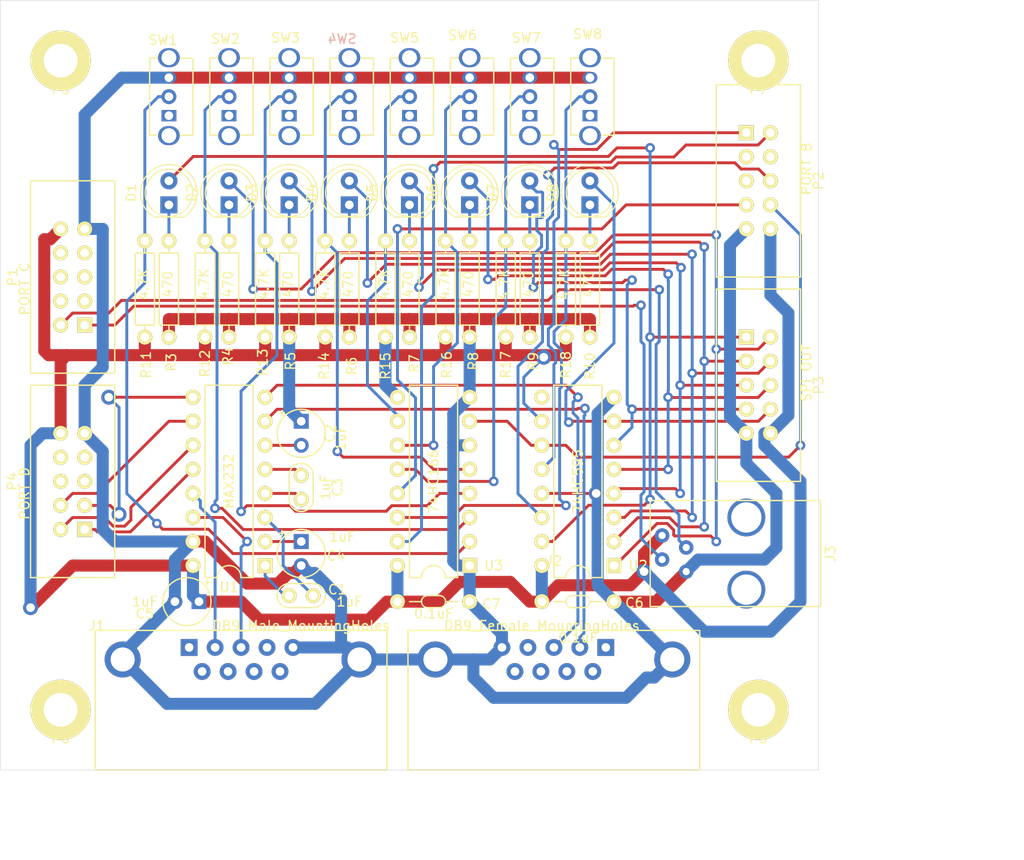
<source format=kicad_pcb>
(kicad_pcb (version 20190605) (host pcbnew "(5.1.0-1546-g4fcfd266e)")

  (general
    (thickness 1.6)
    (drawings 7)
    (tracks 616)
    (modules 53)
    (nets 48)
  )

  (page "A4")
  (layers
    (0 "F.Cu" signal)
    (31 "B.Cu" signal)
    (32 "B.Adhes" user)
    (33 "F.Adhes" user)
    (34 "B.Paste" user)
    (35 "F.Paste" user)
    (36 "B.SilkS" user)
    (37 "F.SilkS" user)
    (38 "B.Mask" user)
    (39 "F.Mask" user)
    (40 "Dwgs.User" user)
    (41 "Cmts.User" user)
    (42 "Eco1.User" user)
    (43 "Eco2.User" user)
    (44 "Edge.Cuts" user)
    (45 "Margin" user)
    (46 "B.CrtYd" user)
    (47 "F.CrtYd" user)
    (48 "B.Fab" user)
    (49 "F.Fab" user)
  )

  (setup
    (last_trace_width 0.3048)
    (user_trace_width 0.3048)
    (trace_clearance 0.3048)
    (zone_clearance 0.508)
    (zone_45_only no)
    (trace_min 0.2)
    (via_size 1.016)
    (via_drill 0.508)
    (via_min_size 0.4)
    (via_min_drill 0.3)
    (user_via 1.016 0.508)
    (uvia_size 0.3)
    (uvia_drill 0.1)
    (uvias_allowed no)
    (uvia_min_size 0.2)
    (uvia_min_drill 0.1)
    (max_error 0.005)
    (defaults
      (edge_clearance 0.01)
      (edge_cuts_line_width 0.05)
      (courtyard_line_width 0.05)
      (copper_line_width 0.2)
      (copper_text_dims (size 1.5 1.5) (thickness 0.3) keep_upright)
      (silk_line_width 0.12)
      (silk_text_dims (size 1 1) (thickness 0.15) keep_upright)
      (other_layers_line_width 0.1)
      (other_layers_text_dims (size 1 1) (thickness 0.15) keep_upright)
    )
    (pad_size 1.778 1.778)
    (pad_drill 0.9144)
    (pad_to_mask_clearance 0.051)
    (solder_mask_min_width 0.25)
    (aux_axis_origin 0 0)
    (visible_elements 7FFFFFFF)
    (pcbplotparams
      (layerselection 0x010f0_ffffffff)
      (usegerberextensions false)
      (usegerberattributes false)
      (usegerberadvancedattributes false)
      (creategerberjobfile false)
      (excludeedgelayer true)
      (linewidth 0.100000)
      (plotframeref false)
      (viasonmask false)
      (mode 1)
      (useauxorigin false)
      (hpglpennumber 1)
      (hpglpenspeed 20)
      (hpglpendiameter 15.000000)
      (psnegative false)
      (psa4output false)
      (plotreference true)
      (plotvalue true)
      (plotinvisibletext false)
      (padsonsilk false)
      (subtractmaskfromsilk false)
      (outputformat 1)
      (mirror false)
      (drillshape 0)
      (scaleselection 1)
      (outputdirectory "FAB/"))
  )

  (net 0 "")
  (net 1 "Net-(C1-Pad2)")
  (net 2 "Net-(C1-Pad1)")
  (net 3 "GND")
  (net 4 "Net-(C3-Pad2)")
  (net 5 "Net-(C3-Pad1)")
  (net 6 "Net-(C4-Pad1)")
  (net 7 "Net-(J1-Pad2)")
  (net 8 "Net-(J1-Pad3)")
  (net 9 "Net-(J2-Pad3)")
  (net 10 "Net-(J2-Pad2)")
  (net 11 "+5V0")
  (net 12 "/SDA")
  (net 13 "/SCL")
  (net 14 "/TXD1")
  (net 15 "/RXD1")
  (net 16 "/TXD0")
  (net 17 "/RXD0")
  (net 18 "Net-(C2-Pad2)")
  (net 19 "/SPI0")
  (net 20 "Net-(D1-Pad1)")
  (net 21 "/SPI1")
  (net 22 "Net-(D2-Pad1)")
  (net 23 "/SPI2")
  (net 24 "Net-(D3-Pad1)")
  (net 25 "/SPI3")
  (net 26 "Net-(D4-Pad1)")
  (net 27 "/SPI4")
  (net 28 "Net-(D5-Pad1)")
  (net 29 "/SPI5")
  (net 30 "Net-(D6-Pad1)")
  (net 31 "/SPI6")
  (net 32 "Net-(D7-Pad1)")
  (net 33 "/SPI7")
  (net 34 "Net-(D8-Pad1)")
  (net 35 "/SCK")
  (net 36 "/MISO")
  (net 37 "/MOSI")
  (net 38 "/S1")
  (net 39 "/S2")
  (net 40 "/S3")
  (net 41 "/S4")
  (net 42 "/S5")
  (net 43 "/S6")
  (net 44 "/S7")
  (net 45 "/S8")
  (net 46 "/LATCH_SERIN")
  (net 47 "/LATCH_SEROUT")

  (net_class "Default" "This is the default net class."
    (clearance 0.3048)
    (trace_width 0.3048)
    (via_dia 1.016)
    (via_drill 0.508)
    (uvia_dia 0.3)
    (uvia_drill 0.1)
    (add_net "/LATCH_SERIN")
    (add_net "/LATCH_SEROUT")
    (add_net "/MISO")
    (add_net "/MOSI")
    (add_net "/RXD0")
    (add_net "/RXD1")
    (add_net "/S1")
    (add_net "/S2")
    (add_net "/S3")
    (add_net "/S4")
    (add_net "/S5")
    (add_net "/S6")
    (add_net "/S7")
    (add_net "/S8")
    (add_net "/SCK")
    (add_net "/SCL")
    (add_net "/SDA")
    (add_net "/SPI0")
    (add_net "/SPI1")
    (add_net "/SPI2")
    (add_net "/SPI3")
    (add_net "/SPI4")
    (add_net "/SPI5")
    (add_net "/SPI6")
    (add_net "/SPI7")
    (add_net "/TXD0")
    (add_net "/TXD1")
    (add_net "Net-(C1-Pad1)")
    (add_net "Net-(C1-Pad2)")
    (add_net "Net-(C2-Pad2)")
    (add_net "Net-(C3-Pad1)")
    (add_net "Net-(C3-Pad2)")
    (add_net "Net-(C4-Pad1)")
    (add_net "Net-(D1-Pad1)")
    (add_net "Net-(D2-Pad1)")
    (add_net "Net-(D3-Pad1)")
    (add_net "Net-(D4-Pad1)")
    (add_net "Net-(D5-Pad1)")
    (add_net "Net-(D6-Pad1)")
    (add_net "Net-(D7-Pad1)")
    (add_net "Net-(D8-Pad1)")
    (add_net "Net-(J1-Pad2)")
    (add_net "Net-(J1-Pad3)")
    (add_net "Net-(J2-Pad2)")
    (add_net "Net-(J2-Pad3)")
  )

  (net_class "power" ""
    (clearance 0.3048)
    (trace_width 1.27)
    (via_dia 1.5748)
    (via_drill 0.9144)
    (uvia_dia 0.3)
    (uvia_drill 0.1)
    (add_net "+5V0")
    (add_net "GND")
  )

  (module "FootPrints:DSUB-9S" (layer "F.Cu") (tedit 5D756167) (tstamp 5D4F52A2)
    (at 165.1 101.6 180)
    (path "/5D3E0B9E")
    (fp_text reference "J2" (at 0 22.076) (layer "F.SilkS")
      (effects (font (size 1 1) (thickness 0.15)))
    )
    (fp_text value "DB9_Female_MountingHoles" (at 1.27 15.24) (layer "F.SilkS")
      (effects (font (size 1 1) (thickness 0.15)))
    )
    (fp_line (start 0 0) (end 15.4 0) (layer "F.SilkS") (width 0.15))
    (fp_line (start 0 0) (end -15.4 0) (layer "F.SilkS") (width 0.15))
    (fp_line (start -15.4 14.74) (end -15.4 0) (layer "F.SilkS") (width 0.15))
    (fp_line (start 15.4 14.74) (end -15.4 14.74) (layer "F.SilkS") (width 0.15))
    (fp_line (start 15.4 0) (end 15.4 14.74) (layer "F.SilkS") (width 0.15))
    (pad "0" thru_hole circle (at 12.5 11.67 180) (size 3.81 3.81) (drill 2.54) (layers *.Cu *.Mask)
      (net 3 "GND"))
    (pad "0" thru_hole circle (at -12.5 11.67 180) (size 3.81 3.81) (drill 2.54) (layers *.Cu *.Mask)
      (net 3 "GND"))
    (pad "9" thru_hole circle (at 4.11 10.4 180) (size 1.778 1.778) (drill 0.9144) (layers *.Cu *.Mask))
    (pad "8" thru_hole circle (at 1.37 10.4 270) (size 1.778 1.778) (drill 0.9144) (layers *.Cu *.Mask))
    (pad "7" thru_hole circle (at -1.37 10.4 180) (size 1.778 1.778) (drill 0.9144) (layers *.Cu *.Mask))
    (pad "6" thru_hole circle (at -4.11 10.4 180) (size 1.778 1.778) (drill 0.9144) (layers *.Cu *.Mask))
    (pad "5" thru_hole circle (at 5.48 12.94 180) (size 1.778 1.778) (drill 0.9144) (layers *.Cu *.Mask)
      (net 3 "GND"))
    (pad "4" thru_hole circle (at 2.74 12.94 180) (size 1.778 1.778) (drill 0.9144) (layers *.Cu *.Mask))
    (pad "3" thru_hole circle (at 0 12.94 180) (size 1.778 1.778) (drill 0.9144) (layers *.Cu *.Mask)
      (net 9 "Net-(J2-Pad3)"))
    (pad "2" thru_hole circle (at -2.74 12.94 180) (size 1.778 1.778) (drill 0.9144) (layers *.Cu *.Mask)
      (net 10 "Net-(J2-Pad2)"))
    (pad "1" thru_hole rect (at -5.48 12.94 180) (size 1.778 1.778) (drill 0.9144) (layers *.Cu *.Mask))
  )

  (module "FootPrints:DSUB-9P" (layer "F.Cu") (tedit 5D75618C) (tstamp 5D4F528E)
    (at 132.08 101.6 180)
    (path "/5D3824B3")
    (fp_text reference "J1" (at 15.24 15.24) (layer "F.SilkS")
      (effects (font (size 1 1) (thickness 0.15)))
    )
    (fp_text value "DB9_Male_MountingHoles" (at -6.35 15.24) (layer "F.SilkS")
      (effects (font (size 1 1) (thickness 0.15)))
    )
    (fp_line (start 15.4 0) (end 15.4 14.74) (layer "F.SilkS") (width 0.15))
    (fp_line (start 15.4 14.74) (end -15.4 14.74) (layer "F.SilkS") (width 0.15))
    (fp_line (start -15.4 14.74) (end -15.4 0) (layer "F.SilkS") (width 0.15))
    (fp_line (start 0 0) (end -15.4 0) (layer "F.SilkS") (width 0.15))
    (fp_line (start 0 0) (end 15.4 0) (layer "F.SilkS") (width 0.15))
    (pad "0" thru_hole circle (at 12.5 11.67 180) (size 3.81 3.81) (drill 2.54) (layers *.Cu *.Mask)
      (net 3 "GND"))
    (pad "0" thru_hole circle (at -12.5 11.67 180) (size 3.81 3.81) (drill 2.54) (layers *.Cu *.Mask)
      (net 3 "GND"))
    (pad "6" thru_hole circle (at 4.11 10.4 180) (size 1.778 1.778) (drill 0.9144) (layers *.Cu *.Mask))
    (pad "7" thru_hole circle (at 1.37 10.4 180) (size 1.778 1.778) (drill 0.9144) (layers *.Cu *.Mask))
    (pad "8" thru_hole circle (at -1.37 10.4 180) (size 1.778 1.778) (drill 0.9144) (layers *.Cu *.Mask))
    (pad "9" thru_hole circle (at -4.11 10.4 180) (size 1.778 1.778) (drill 0.9144) (layers *.Cu *.Mask))
    (pad "1" thru_hole rect (at 5.48 12.94 180) (size 1.778 1.778) (drill 0.9144) (layers *.Cu *.Mask))
    (pad "2" thru_hole circle (at 2.74 12.94 180) (size 1.778 1.778) (drill 0.9144) (layers *.Cu *.Mask)
      (net 7 "Net-(J1-Pad2)"))
    (pad "3" thru_hole circle (at 0 12.94 180) (size 1.778 1.778) (drill 0.9144) (layers *.Cu *.Mask)
      (net 8 "Net-(J1-Pad3)"))
    (pad "4" thru_hole circle (at -2.74 12.94 180) (size 1.778 1.778) (drill 0.9144) (layers *.Cu *.Mask))
    (pad "5" thru_hole circle (at -5.48 12.94 180) (size 1.778 1.778) (drill 0.9144) (layers *.Cu *.Mask)
      (net 3 "GND"))
  )

  (module "FootPrints:DIP-16" (layer "F.Cu") (tedit 58BE1099) (tstamp 5D5F3AF4)
    (at 152.4 71.12 90)
    (path "/5D5F0D41")
    (fp_text reference "U3" (at -8.89 6.35) (layer "F.SilkS")
      (effects (font (size 1 1) (thickness 0.15)))
    )
    (fp_text value "74HC166" (at 0 0 90) (layer "F.SilkS")
      (effects (font (size 1 1) (thickness 0.15)))
    )
    (fp_line (start -10.16 -1.27) (end -10.16 -2.54) (layer "F.SilkS") (width 0.15))
    (fp_line (start -10.16 2.54) (end -10.16 1.27) (layer "F.SilkS") (width 0.15))
    (fp_line (start 10.16 -2.54) (end 10.16 2.54) (layer "F.SilkS") (width 0.15))
    (fp_line (start 10.16 2.54) (end -10.16 2.54) (layer "F.SilkS") (width 0.15))
    (fp_line (start -10.16 -2.54) (end 10.16 -2.54) (layer "F.SilkS") (width 0.15))
    (fp_arc (start -10.16 0) (end -10.16 -1.27) (angle 90) (layer "F.SilkS") (width 0.15))
    (fp_arc (start -10.16 0) (end -8.89 0) (angle 90) (layer "F.SilkS") (width 0.15))
    (fp_line (start -10.35 -5.25) (end 10.35 -5.25) (layer "F.CrtYd") (width 0.05))
    (fp_line (start 10.35 -5.25) (end 10.35 5.25) (layer "F.CrtYd") (width 0.05))
    (fp_line (start 10.35 5.25) (end -10.35 5.25) (layer "F.CrtYd") (width 0.05))
    (fp_line (start -10.35 5.25) (end -10.35 -5.25) (layer "F.CrtYd") (width 0.05))
    (pad "8" thru_hole circle (at 8.89 3.81 90) (size 1.5748 1.5748) (drill 0.9144) (layers *.Cu *.Mask "F.SilkS")
      (net 3 "GND"))
    (pad "9" thru_hole circle (at 8.89 -3.81 90) (size 1.5748 1.5748) (drill 0.9144) (layers *.Cu *.Mask "F.SilkS")
      (net 11 "+5V0"))
    (pad "7" thru_hole circle (at 6.35 3.81 90) (size 1.5748 1.5748) (drill 0.9144) (layers *.Cu *.Mask "F.SilkS")
      (net 35 "/SCK"))
    (pad "10" thru_hole circle (at 6.35 -3.81 90) (size 1.5748 1.5748) (drill 0.9144) (layers *.Cu *.Mask "F.SilkS")
      (net 42 "/S5"))
    (pad "6" thru_hole circle (at 3.81 3.81 90) (size 1.5748 1.5748) (drill 0.9144) (layers *.Cu *.Mask "F.SilkS")
      (net 3 "GND"))
    (pad "11" thru_hole circle (at 3.81 -3.81 90) (size 1.5748 1.5748) (drill 0.9144) (layers *.Cu *.Mask "F.SilkS")
      (net 43 "/S6"))
    (pad "5" thru_hole circle (at 1.27 3.81 90) (size 1.5748 1.5748) (drill 0.9144) (layers *.Cu *.Mask "F.SilkS")
      (net 41 "/S4"))
    (pad "12" thru_hole circle (at 1.27 -3.81 90) (size 1.5748 1.5748) (drill 0.9144) (layers *.Cu *.Mask "F.SilkS")
      (net 44 "/S7"))
    (pad "4" thru_hole circle (at -1.27 3.81 90) (size 1.5748 1.5748) (drill 0.9144) (layers *.Cu *.Mask "F.SilkS")
      (net 40 "/S3"))
    (pad "13" thru_hole circle (at -1.27 -3.81 90) (size 1.5748 1.5748) (drill 0.9144) (layers *.Cu *.Mask "F.SilkS")
      (net 36 "/MISO"))
    (pad "3" thru_hole circle (at -3.81 3.81 90) (size 1.5748 1.5748) (drill 0.9144) (layers *.Cu *.Mask "F.SilkS")
      (net 39 "/S2"))
    (pad "14" thru_hole circle (at -3.81 -3.81 90) (size 1.5748 1.5748) (drill 0.9144) (layers *.Cu *.Mask "F.SilkS")
      (net 45 "/S8"))
    (pad "2" thru_hole circle (at -6.35 3.81 90) (size 1.5748 1.5748) (drill 0.9144) (layers *.Cu *.Mask "F.SilkS")
      (net 38 "/S1"))
    (pad "15" thru_hole circle (at -6.35 -3.81 90) (size 1.5748 1.5748) (drill 0.9144) (layers *.Cu *.Mask "F.SilkS")
      (net 46 "/LATCH_SERIN"))
    (pad "1" thru_hole rect (at -8.89 3.81 90) (size 1.5748 1.5748) (drill 0.9144) (layers *.Cu *.Mask "F.SilkS")
      (net 3 "GND"))
    (pad "16" thru_hole circle (at -8.89 -3.81 90) (size 1.5748 1.5748) (drill 0.9144) (layers *.Cu *.Mask "F.SilkS")
      (net 11 "+5V0"))
  )

  (module "FootPrints:DIP-16" (layer "F.Cu") (tedit 58BE1099) (tstamp 5D5F2E21)
    (at 167.64 71.12 90)
    (path "/5D5EBF19")
    (fp_text reference "U2" (at -8.89 6.35) (layer "F.SilkS")
      (effects (font (size 1 1) (thickness 0.15)))
    )
    (fp_text value "74HC595" (at 0 0 90) (layer "F.SilkS")
      (effects (font (size 1 1) (thickness 0.15)))
    )
    (fp_line (start -10.16 -1.27) (end -10.16 -2.54) (layer "F.SilkS") (width 0.15))
    (fp_line (start -10.16 2.54) (end -10.16 1.27) (layer "F.SilkS") (width 0.15))
    (fp_line (start 10.16 -2.54) (end 10.16 2.54) (layer "F.SilkS") (width 0.15))
    (fp_line (start 10.16 2.54) (end -10.16 2.54) (layer "F.SilkS") (width 0.15))
    (fp_line (start -10.16 -2.54) (end 10.16 -2.54) (layer "F.SilkS") (width 0.15))
    (fp_arc (start -10.16 0) (end -10.16 -1.27) (angle 90) (layer "F.SilkS") (width 0.15))
    (fp_arc (start -10.16 0) (end -8.89 0) (angle 90) (layer "F.SilkS") (width 0.15))
    (fp_line (start -10.35 -5.25) (end 10.35 -5.25) (layer "F.CrtYd") (width 0.05))
    (fp_line (start 10.35 -5.25) (end 10.35 5.25) (layer "F.CrtYd") (width 0.05))
    (fp_line (start 10.35 5.25) (end -10.35 5.25) (layer "F.CrtYd") (width 0.05))
    (fp_line (start -10.35 5.25) (end -10.35 -5.25) (layer "F.CrtYd") (width 0.05))
    (pad "8" thru_hole circle (at 8.89 3.81 90) (size 1.5748 1.5748) (drill 0.9144) (layers *.Cu *.Mask "F.SilkS")
      (net 3 "GND"))
    (pad "9" thru_hole circle (at 8.89 -3.81 90) (size 1.5748 1.5748) (drill 0.9144) (layers *.Cu *.Mask "F.SilkS"))
    (pad "7" thru_hole circle (at 6.35 3.81 90) (size 1.5748 1.5748) (drill 0.9144) (layers *.Cu *.Mask "F.SilkS")
      (net 33 "/SPI7"))
    (pad "10" thru_hole circle (at 6.35 -3.81 90) (size 1.5748 1.5748) (drill 0.9144) (layers *.Cu *.Mask "F.SilkS")
      (net 11 "+5V0"))
    (pad "6" thru_hole circle (at 3.81 3.81 90) (size 1.5748 1.5748) (drill 0.9144) (layers *.Cu *.Mask "F.SilkS")
      (net 31 "/SPI6"))
    (pad "11" thru_hole circle (at 3.81 -3.81 90) (size 1.5748 1.5748) (drill 0.9144) (layers *.Cu *.Mask "F.SilkS")
      (net 35 "/SCK"))
    (pad "5" thru_hole circle (at 1.27 3.81 90) (size 1.5748 1.5748) (drill 0.9144) (layers *.Cu *.Mask "F.SilkS")
      (net 29 "/SPI5"))
    (pad "12" thru_hole circle (at 1.27 -3.81 90) (size 1.5748 1.5748) (drill 0.9144) (layers *.Cu *.Mask "F.SilkS")
      (net 47 "/LATCH_SEROUT"))
    (pad "4" thru_hole circle (at -1.27 3.81 90) (size 1.5748 1.5748) (drill 0.9144) (layers *.Cu *.Mask "F.SilkS")
      (net 27 "/SPI4"))
    (pad "13" thru_hole circle (at -1.27 -3.81 90) (size 1.5748 1.5748) (drill 0.9144) (layers *.Cu *.Mask "F.SilkS")
      (net 3 "GND"))
    (pad "3" thru_hole circle (at -3.81 3.81 90) (size 1.5748 1.5748) (drill 0.9144) (layers *.Cu *.Mask "F.SilkS")
      (net 25 "/SPI3"))
    (pad "14" thru_hole circle (at -3.81 -3.81 90) (size 1.5748 1.5748) (drill 0.9144) (layers *.Cu *.Mask "F.SilkS")
      (net 37 "/MOSI"))
    (pad "2" thru_hole circle (at -6.35 3.81 90) (size 1.5748 1.5748) (drill 0.9144) (layers *.Cu *.Mask "F.SilkS")
      (net 23 "/SPI2"))
    (pad "15" thru_hole circle (at -6.35 -3.81 90) (size 1.5748 1.5748) (drill 0.9144) (layers *.Cu *.Mask "F.SilkS")
      (net 19 "/SPI0"))
    (pad "1" thru_hole rect (at -8.89 3.81 90) (size 1.5748 1.5748) (drill 0.9144) (layers *.Cu *.Mask "F.SilkS")
      (net 21 "/SPI1"))
    (pad "16" thru_hole circle (at -8.89 -3.81 90) (size 1.5748 1.5748) (drill 0.9144) (layers *.Cu *.Mask "F.SilkS")
      (net 11 "+5V0"))
  )

  (module "FootPrints:SWITCH_SPDT-OS102011MS2QN1" (layer "F.Cu") (tedit 5CC2166B) (tstamp 5D5F2DC6)
    (at 168.91 30.48 90)
    (path "/5D5EF637/5D56AC93")
    (fp_text reference "SW8" (at 6.604 -0.254 180) (layer "F.SilkS")
      (effects (font (size 1 1) (thickness 0.15)))
    )
    (fp_text value "SW-SPDT" (at 0 3.175 90) (layer "F.Fab")
      (effects (font (size 1 1) (thickness 0.15)))
    )
    (fp_line (start -4.064 -1.27) (end -4.064 -2.032) (layer "F.SilkS") (width 0.15))
    (fp_line (start -4.064 -2.032) (end 4.064 -2.032) (layer "F.SilkS") (width 0.15))
    (fp_line (start 4.064 -2.032) (end 4.064 -1.27) (layer "F.SilkS") (width 0.15))
    (fp_line (start 4.191 -1.27) (end 4.064 -1.27) (layer "F.SilkS") (width 0.15))
    (fp_line (start 4.064 1.27) (end 4.064 2.54) (layer "F.SilkS") (width 0.15))
    (fp_line (start 4.064 2.54) (end -3.81 2.54) (layer "F.SilkS") (width 0.15))
    (fp_line (start -3.81 2.54) (end -4.064 2.54) (layer "F.SilkS") (width 0.15))
    (fp_line (start -4.064 2.54) (end -4.064 1.27) (layer "F.SilkS") (width 0.15))
    (pad "5" thru_hole oval (at 4.1148 0 90) (size 2 2.286) (drill 1.5748) (layers *.Cu *.Mask))
    (pad "4" thru_hole oval (at -4.1148 0 90) (size 2 2.286) (drill 1.5748) (layers *.Cu *.Mask))
    (pad "3" thru_hole oval (at 2.0066 0 90) (size 1.2 1.5748) (drill 0.9144) (layers *.Cu *.Mask)
      (net 3 "GND"))
    (pad "2" thru_hole circle (at 0 0 90) (size 1.5748 1.5748) (drill 0.9144) (layers *.Cu *.Mask)
      (net 45 "/S8"))
    (pad "1" thru_hole rect (at -2.0066 0 90) (size 1.2 1.5748) (drill 0.9144) (layers *.Cu *.Mask))
  )

  (module "FootPrints:SWITCH_SPDT-OS102011MS2QN1" (layer "F.Cu") (tedit 5CC2166B) (tstamp 5D5F2DB5)
    (at 162.56 30.48 90)
    (path "/5D5EF637/5D56AC89")
    (fp_text reference "SW7" (at 6.223 -0.381 180) (layer "F.SilkS")
      (effects (font (size 1 1) (thickness 0.15)))
    )
    (fp_text value "SW-SPDT" (at 0 3.175 90) (layer "F.Fab")
      (effects (font (size 1 1) (thickness 0.15)))
    )
    (fp_line (start -4.064 -1.27) (end -4.064 -2.032) (layer "F.SilkS") (width 0.15))
    (fp_line (start -4.064 -2.032) (end 4.064 -2.032) (layer "F.SilkS") (width 0.15))
    (fp_line (start 4.064 -2.032) (end 4.064 -1.27) (layer "F.SilkS") (width 0.15))
    (fp_line (start 4.191 -1.27) (end 4.064 -1.27) (layer "F.SilkS") (width 0.15))
    (fp_line (start 4.064 1.27) (end 4.064 2.54) (layer "F.SilkS") (width 0.15))
    (fp_line (start 4.064 2.54) (end -3.81 2.54) (layer "F.SilkS") (width 0.15))
    (fp_line (start -3.81 2.54) (end -4.064 2.54) (layer "F.SilkS") (width 0.15))
    (fp_line (start -4.064 2.54) (end -4.064 1.27) (layer "F.SilkS") (width 0.15))
    (pad "5" thru_hole oval (at 4.1148 0 90) (size 2 2.286) (drill 1.5748) (layers *.Cu *.Mask))
    (pad "4" thru_hole oval (at -4.1148 0 90) (size 2 2.286) (drill 1.5748) (layers *.Cu *.Mask))
    (pad "3" thru_hole oval (at 2.0066 0 90) (size 1.2 1.5748) (drill 0.9144) (layers *.Cu *.Mask)
      (net 3 "GND"))
    (pad "2" thru_hole circle (at 0 0 90) (size 1.5748 1.5748) (drill 0.9144) (layers *.Cu *.Mask)
      (net 44 "/S7"))
    (pad "1" thru_hole rect (at -2.0066 0 90) (size 1.2 1.5748) (drill 0.9144) (layers *.Cu *.Mask))
  )

  (module "FootPrints:SWITCH_SPDT-OS102011MS2QN1" (layer "F.Cu") (tedit 5CC2166B) (tstamp 5D5F2DA4)
    (at 156.21 30.48 90)
    (path "/5D5EF637/5D56AC7F")
    (fp_text reference "SW6" (at 6.477 -0.762 180) (layer "F.SilkS")
      (effects (font (size 1 1) (thickness 0.15)))
    )
    (fp_text value "SW-SPDT" (at 0 3.175 90) (layer "F.Fab")
      (effects (font (size 1 1) (thickness 0.15)))
    )
    (fp_line (start -4.064 -1.27) (end -4.064 -2.032) (layer "F.SilkS") (width 0.15))
    (fp_line (start -4.064 -2.032) (end 4.064 -2.032) (layer "F.SilkS") (width 0.15))
    (fp_line (start 4.064 -2.032) (end 4.064 -1.27) (layer "F.SilkS") (width 0.15))
    (fp_line (start 4.191 -1.27) (end 4.064 -1.27) (layer "F.SilkS") (width 0.15))
    (fp_line (start 4.064 1.27) (end 4.064 2.54) (layer "F.SilkS") (width 0.15))
    (fp_line (start 4.064 2.54) (end -3.81 2.54) (layer "F.SilkS") (width 0.15))
    (fp_line (start -3.81 2.54) (end -4.064 2.54) (layer "F.SilkS") (width 0.15))
    (fp_line (start -4.064 2.54) (end -4.064 1.27) (layer "F.SilkS") (width 0.15))
    (pad "5" thru_hole oval (at 4.1148 0 90) (size 2 2.286) (drill 1.5748) (layers *.Cu *.Mask))
    (pad "4" thru_hole oval (at -4.1148 0 90) (size 2 2.286) (drill 1.5748) (layers *.Cu *.Mask))
    (pad "3" thru_hole oval (at 2.0066 0 90) (size 1.2 1.5748) (drill 0.9144) (layers *.Cu *.Mask)
      (net 3 "GND"))
    (pad "2" thru_hole circle (at 0 0 90) (size 1.5748 1.5748) (drill 0.9144) (layers *.Cu *.Mask)
      (net 43 "/S6"))
    (pad "1" thru_hole rect (at -2.0066 0 90) (size 1.2 1.5748) (drill 0.9144) (layers *.Cu *.Mask))
  )

  (module "FootPrints:SWITCH_SPDT-OS102011MS2QN1" (layer "F.Cu") (tedit 5CC2166B) (tstamp 5D5F2D93)
    (at 149.86 30.48 90)
    (path "/5D5EF637/5D56AC75")
    (fp_text reference "SW5" (at 6.223 -0.508 180) (layer "F.SilkS")
      (effects (font (size 1 1) (thickness 0.15)))
    )
    (fp_text value "SW-SPDT" (at 0 3.175 90) (layer "F.Fab")
      (effects (font (size 1 1) (thickness 0.15)))
    )
    (fp_line (start -4.064 -1.27) (end -4.064 -2.032) (layer "F.SilkS") (width 0.15))
    (fp_line (start -4.064 -2.032) (end 4.064 -2.032) (layer "F.SilkS") (width 0.15))
    (fp_line (start 4.064 -2.032) (end 4.064 -1.27) (layer "F.SilkS") (width 0.15))
    (fp_line (start 4.191 -1.27) (end 4.064 -1.27) (layer "F.SilkS") (width 0.15))
    (fp_line (start 4.064 1.27) (end 4.064 2.54) (layer "F.SilkS") (width 0.15))
    (fp_line (start 4.064 2.54) (end -3.81 2.54) (layer "F.SilkS") (width 0.15))
    (fp_line (start -3.81 2.54) (end -4.064 2.54) (layer "F.SilkS") (width 0.15))
    (fp_line (start -4.064 2.54) (end -4.064 1.27) (layer "F.SilkS") (width 0.15))
    (pad "5" thru_hole oval (at 4.1148 0 90) (size 2 2.286) (drill 1.5748) (layers *.Cu *.Mask))
    (pad "4" thru_hole oval (at -4.1148 0 90) (size 2 2.286) (drill 1.5748) (layers *.Cu *.Mask))
    (pad "3" thru_hole oval (at 2.0066 0 90) (size 1.2 1.5748) (drill 0.9144) (layers *.Cu *.Mask)
      (net 3 "GND"))
    (pad "2" thru_hole circle (at 0 0 90) (size 1.5748 1.5748) (drill 0.9144) (layers *.Cu *.Mask)
      (net 42 "/S5"))
    (pad "1" thru_hole rect (at -2.0066 0 90) (size 1.2 1.5748) (drill 0.9144) (layers *.Cu *.Mask))
  )

  (module "FootPrints:SWITCH_SPDT-OS102011MS2QN1" (layer "F.Cu") (tedit 5CC2166B) (tstamp 5D5F2D82)
    (at 143.51 30.48 90)
    (path "/5D5EF637/5D56903F")
    (fp_text reference "SW4" (at 6.096 -0.762002 180) (layer "B.SilkS")
      (effects (font (size 1 1) (thickness 0.15)) (justify mirror))
    )
    (fp_text value "SW-SPDT" (at 0 3.175 90) (layer "F.Fab")
      (effects (font (size 1 1) (thickness 0.15)))
    )
    (fp_line (start -4.064 -1.27) (end -4.064 -2.032) (layer "F.SilkS") (width 0.15))
    (fp_line (start -4.064 -2.032) (end 4.064 -2.032) (layer "F.SilkS") (width 0.15))
    (fp_line (start 4.064 -2.032) (end 4.064 -1.27) (layer "F.SilkS") (width 0.15))
    (fp_line (start 4.191 -1.27) (end 4.064 -1.27) (layer "F.SilkS") (width 0.15))
    (fp_line (start 4.064 1.27) (end 4.064 2.54) (layer "F.SilkS") (width 0.15))
    (fp_line (start 4.064 2.54) (end -3.81 2.54) (layer "F.SilkS") (width 0.15))
    (fp_line (start -3.81 2.54) (end -4.064 2.54) (layer "F.SilkS") (width 0.15))
    (fp_line (start -4.064 2.54) (end -4.064 1.27) (layer "F.SilkS") (width 0.15))
    (pad "5" thru_hole oval (at 4.1148 0 90) (size 2 2.286) (drill 1.5748) (layers *.Cu *.Mask))
    (pad "4" thru_hole oval (at -4.1148 0 90) (size 2 2.286) (drill 1.5748) (layers *.Cu *.Mask))
    (pad "3" thru_hole oval (at 2.0066 0 90) (size 1.2 1.5748) (drill 0.9144) (layers *.Cu *.Mask)
      (net 3 "GND"))
    (pad "2" thru_hole circle (at 0 0 90) (size 1.5748 1.5748) (drill 0.9144) (layers *.Cu *.Mask)
      (net 41 "/S4"))
    (pad "1" thru_hole rect (at -2.0066 0 90) (size 1.2 1.5748) (drill 0.9144) (layers *.Cu *.Mask))
  )

  (module "FootPrints:SWITCH_SPDT-OS102011MS2QN1" (layer "F.Cu") (tedit 5CC2166B) (tstamp 5D5F2D71)
    (at 137.16 30.48 90)
    (path "/5D5EF637/5D569035")
    (fp_text reference "SW3" (at 6.223 -0.381 180) (layer "F.SilkS")
      (effects (font (size 1 1) (thickness 0.15)))
    )
    (fp_text value "SW-SPDT" (at 0 3.175 90) (layer "F.Fab")
      (effects (font (size 1 1) (thickness 0.15)))
    )
    (fp_line (start -4.064 -1.27) (end -4.064 -2.032) (layer "F.SilkS") (width 0.15))
    (fp_line (start -4.064 -2.032) (end 4.064 -2.032) (layer "F.SilkS") (width 0.15))
    (fp_line (start 4.064 -2.032) (end 4.064 -1.27) (layer "F.SilkS") (width 0.15))
    (fp_line (start 4.191 -1.27) (end 4.064 -1.27) (layer "F.SilkS") (width 0.15))
    (fp_line (start 4.064 1.27) (end 4.064 2.54) (layer "F.SilkS") (width 0.15))
    (fp_line (start 4.064 2.54) (end -3.81 2.54) (layer "F.SilkS") (width 0.15))
    (fp_line (start -3.81 2.54) (end -4.064 2.54) (layer "F.SilkS") (width 0.15))
    (fp_line (start -4.064 2.54) (end -4.064 1.27) (layer "F.SilkS") (width 0.15))
    (pad "5" thru_hole oval (at 4.1148 0 90) (size 2 2.286) (drill 1.5748) (layers *.Cu *.Mask))
    (pad "4" thru_hole oval (at -4.1148 0 90) (size 2 2.286) (drill 1.5748) (layers *.Cu *.Mask))
    (pad "3" thru_hole oval (at 2.0066 0 90) (size 1.2 1.5748) (drill 0.9144) (layers *.Cu *.Mask)
      (net 3 "GND"))
    (pad "2" thru_hole circle (at 0 0 90) (size 1.5748 1.5748) (drill 0.9144) (layers *.Cu *.Mask)
      (net 40 "/S3"))
    (pad "1" thru_hole rect (at -2.0066 0 90) (size 1.2 1.5748) (drill 0.9144) (layers *.Cu *.Mask))
  )

  (module "FootPrints:SWITCH_SPDT-OS102011MS2QN1" (layer "F.Cu") (tedit 5CC2166B) (tstamp 5D5F2D60)
    (at 130.81 30.48 90)
    (path "/5D5EF637/5D568BA3")
    (fp_text reference "SW2" (at 6.096 -0.381 180) (layer "F.SilkS")
      (effects (font (size 1 1) (thickness 0.15)))
    )
    (fp_text value "SW-SPDT" (at 0 3.175 90) (layer "F.Fab")
      (effects (font (size 1 1) (thickness 0.15)))
    )
    (fp_line (start -4.064 -1.27) (end -4.064 -2.032) (layer "F.SilkS") (width 0.15))
    (fp_line (start -4.064 -2.032) (end 4.064 -2.032) (layer "F.SilkS") (width 0.15))
    (fp_line (start 4.064 -2.032) (end 4.064 -1.27) (layer "F.SilkS") (width 0.15))
    (fp_line (start 4.191 -1.27) (end 4.064 -1.27) (layer "F.SilkS") (width 0.15))
    (fp_line (start 4.064 1.27) (end 4.064 2.54) (layer "F.SilkS") (width 0.15))
    (fp_line (start 4.064 2.54) (end -3.81 2.54) (layer "F.SilkS") (width 0.15))
    (fp_line (start -3.81 2.54) (end -4.064 2.54) (layer "F.SilkS") (width 0.15))
    (fp_line (start -4.064 2.54) (end -4.064 1.27) (layer "F.SilkS") (width 0.15))
    (pad "5" thru_hole oval (at 4.1148 0 90) (size 2 2.286) (drill 1.5748) (layers *.Cu *.Mask))
    (pad "4" thru_hole oval (at -4.1148 0 90) (size 2 2.286) (drill 1.5748) (layers *.Cu *.Mask))
    (pad "3" thru_hole oval (at 2.0066 0 90) (size 1.2 1.5748) (drill 0.9144) (layers *.Cu *.Mask)
      (net 3 "GND"))
    (pad "2" thru_hole circle (at 0 0 90) (size 1.5748 1.5748) (drill 0.9144) (layers *.Cu *.Mask)
      (net 39 "/S2"))
    (pad "1" thru_hole rect (at -2.0066 0 90) (size 1.2 1.5748) (drill 0.9144) (layers *.Cu *.Mask))
  )

  (module "FootPrints:SWITCH_SPDT-OS102011MS2QN1" (layer "F.Cu") (tedit 5CC2166B) (tstamp 5D5F2D4F)
    (at 124.46 30.48 90)
    (path "/5D5EF637/5D56788A")
    (fp_text reference "SW1" (at 5.969 -0.635 180) (layer "F.SilkS")
      (effects (font (size 1 1) (thickness 0.15)))
    )
    (fp_text value "SW-SPDT" (at 0 3.175 90) (layer "F.Fab")
      (effects (font (size 1 1) (thickness 0.15)))
    )
    (fp_line (start -4.064 -1.27) (end -4.064 -2.032) (layer "F.SilkS") (width 0.15))
    (fp_line (start -4.064 -2.032) (end 4.064 -2.032) (layer "F.SilkS") (width 0.15))
    (fp_line (start 4.064 -2.032) (end 4.064 -1.27) (layer "F.SilkS") (width 0.15))
    (fp_line (start 4.191 -1.27) (end 4.064 -1.27) (layer "F.SilkS") (width 0.15))
    (fp_line (start 4.064 1.27) (end 4.064 2.54) (layer "F.SilkS") (width 0.15))
    (fp_line (start 4.064 2.54) (end -3.81 2.54) (layer "F.SilkS") (width 0.15))
    (fp_line (start -3.81 2.54) (end -4.064 2.54) (layer "F.SilkS") (width 0.15))
    (fp_line (start -4.064 2.54) (end -4.064 1.27) (layer "F.SilkS") (width 0.15))
    (pad "5" thru_hole oval (at 4.1148 0 90) (size 2 2.286) (drill 1.5748) (layers *.Cu *.Mask))
    (pad "4" thru_hole oval (at -4.1148 0 90) (size 2 2.286) (drill 1.5748) (layers *.Cu *.Mask))
    (pad "3" thru_hole oval (at 2.0066 0 90) (size 1.2 1.5748) (drill 0.9144) (layers *.Cu *.Mask)
      (net 3 "GND"))
    (pad "2" thru_hole circle (at 0 0 90) (size 1.5748 1.5748) (drill 0.9144) (layers *.Cu *.Mask)
      (net 38 "/S1"))
    (pad "1" thru_hole rect (at -2.0066 0 90) (size 1.2 1.5748) (drill 0.9144) (layers *.Cu *.Mask))
  )

  (module "FootPrints:AXIAL0_4" (layer "F.Cu") (tedit 56ACF211) (tstamp 5D5F2D3E)
    (at 166.37 50.8 270)
    (path "/5D5EF637/5D5A9FF5")
    (fp_text reference "R18" (at 8.001 0 90) (layer "F.SilkS")
      (effects (font (size 1 1) (thickness 0.15)))
    )
    (fp_text value "4.7K" (at -0.508 0.127 90) (layer "F.SilkS")
      (effects (font (size 1 1) (thickness 0.15)))
    )
    (fp_line (start -3.81 -1.016) (end -3.81 1.016) (layer "F.SilkS") (width 0.15))
    (fp_line (start 3.81 -1.016) (end 3.81 1.016) (layer "F.SilkS") (width 0.15))
    (fp_line (start -3.81 0) (end -4.318 0) (layer "F.SilkS") (width 0.15))
    (fp_line (start 4.445 0) (end 3.81 0) (layer "F.SilkS") (width 0.15))
    (fp_line (start -3.81 1.016) (end 3.81 1.016) (layer "F.SilkS") (width 0.15))
    (fp_line (start 3.81 -1.016) (end -3.81 -1.016) (layer "F.SilkS") (width 0.15))
    (pad "2" thru_hole circle (at 5.08 0 270) (size 1.5748 1.5748) (drill 0.9144) (layers *.Cu *.Mask "F.SilkS")
      (net 11 "+5V0"))
    (pad "1" thru_hole circle (at -5.08 0 270) (size 1.5748 1.5748) (drill 0.9144) (layers *.Cu *.Mask "F.SilkS")
      (net 45 "/S8"))
  )

  (module "FootPrints:AXIAL0_4" (layer "F.Cu") (tedit 56ACF211) (tstamp 5D5F2D32)
    (at 160.02 50.8 270)
    (path "/5D5EF637/5D5A8FD2")
    (fp_text reference "R17" (at 8.001 0 90) (layer "F.SilkS")
      (effects (font (size 1 1) (thickness 0.15)))
    )
    (fp_text value "4.7K" (at -0.508 0.127 90) (layer "F.SilkS")
      (effects (font (size 1 1) (thickness 0.15)))
    )
    (fp_line (start -3.81 -1.016) (end -3.81 1.016) (layer "F.SilkS") (width 0.15))
    (fp_line (start 3.81 -1.016) (end 3.81 1.016) (layer "F.SilkS") (width 0.15))
    (fp_line (start -3.81 0) (end -4.318 0) (layer "F.SilkS") (width 0.15))
    (fp_line (start 4.445 0) (end 3.81 0) (layer "F.SilkS") (width 0.15))
    (fp_line (start -3.81 1.016) (end 3.81 1.016) (layer "F.SilkS") (width 0.15))
    (fp_line (start 3.81 -1.016) (end -3.81 -1.016) (layer "F.SilkS") (width 0.15))
    (pad "2" thru_hole circle (at 5.08 0 270) (size 1.5748 1.5748) (drill 0.9144) (layers *.Cu *.Mask "F.SilkS")
      (net 11 "+5V0"))
    (pad "1" thru_hole circle (at -5.08 0 270) (size 1.5748 1.5748) (drill 0.9144) (layers *.Cu *.Mask "F.SilkS")
      (net 44 "/S7"))
  )

  (module "FootPrints:AXIAL0_4" (layer "F.Cu") (tedit 56ACF211) (tstamp 5D5F2D26)
    (at 153.67 50.8 270)
    (path "/5D5EF637/5D5A676C")
    (fp_text reference "R16" (at 8.001 -0.127 90) (layer "F.SilkS")
      (effects (font (size 1 1) (thickness 0.15)))
    )
    (fp_text value "4.7K" (at -0.508 0.127 90) (layer "F.SilkS")
      (effects (font (size 1 1) (thickness 0.15)))
    )
    (fp_line (start -3.81 -1.016) (end -3.81 1.016) (layer "F.SilkS") (width 0.15))
    (fp_line (start 3.81 -1.016) (end 3.81 1.016) (layer "F.SilkS") (width 0.15))
    (fp_line (start -3.81 0) (end -4.318 0) (layer "F.SilkS") (width 0.15))
    (fp_line (start 4.445 0) (end 3.81 0) (layer "F.SilkS") (width 0.15))
    (fp_line (start -3.81 1.016) (end 3.81 1.016) (layer "F.SilkS") (width 0.15))
    (fp_line (start 3.81 -1.016) (end -3.81 -1.016) (layer "F.SilkS") (width 0.15))
    (pad "2" thru_hole circle (at 5.08 0 270) (size 1.5748 1.5748) (drill 0.9144) (layers *.Cu *.Mask "F.SilkS")
      (net 11 "+5V0"))
    (pad "1" thru_hole circle (at -5.08 0 270) (size 1.5748 1.5748) (drill 0.9144) (layers *.Cu *.Mask "F.SilkS")
      (net 43 "/S6"))
  )

  (module "FootPrints:AXIAL0_4" (layer "F.Cu") (tedit 56ACF211) (tstamp 5D5F2D1A)
    (at 147.32 50.8 270)
    (path "/5D5EF637/5D5A5E7D")
    (fp_text reference "R15" (at 8.128 0 90) (layer "F.SilkS")
      (effects (font (size 1 1) (thickness 0.15)))
    )
    (fp_text value "4.7K" (at -0.508 0.127 90) (layer "F.SilkS")
      (effects (font (size 1 1) (thickness 0.15)))
    )
    (fp_line (start -3.81 -1.016) (end -3.81 1.016) (layer "F.SilkS") (width 0.15))
    (fp_line (start 3.81 -1.016) (end 3.81 1.016) (layer "F.SilkS") (width 0.15))
    (fp_line (start -3.81 0) (end -4.318 0) (layer "F.SilkS") (width 0.15))
    (fp_line (start 4.445 0) (end 3.81 0) (layer "F.SilkS") (width 0.15))
    (fp_line (start -3.81 1.016) (end 3.81 1.016) (layer "F.SilkS") (width 0.15))
    (fp_line (start 3.81 -1.016) (end -3.81 -1.016) (layer "F.SilkS") (width 0.15))
    (pad "2" thru_hole circle (at 5.08 0 270) (size 1.5748 1.5748) (drill 0.9144) (layers *.Cu *.Mask "F.SilkS")
      (net 11 "+5V0"))
    (pad "1" thru_hole circle (at -5.08 0 270) (size 1.5748 1.5748) (drill 0.9144) (layers *.Cu *.Mask "F.SilkS")
      (net 42 "/S5"))
  )

  (module "FootPrints:AXIAL0_4" (layer "F.Cu") (tedit 56ACF211) (tstamp 5D5F2D0E)
    (at 140.97 50.8 270)
    (path "/5D5EF637/5D5A53F9")
    (fp_text reference "R14" (at 8.128 0.127 90) (layer "F.SilkS")
      (effects (font (size 1 1) (thickness 0.15)))
    )
    (fp_text value "4.7K" (at -0.508 0.127 90) (layer "F.SilkS")
      (effects (font (size 1 1) (thickness 0.15)))
    )
    (fp_line (start -3.81 -1.016) (end -3.81 1.016) (layer "F.SilkS") (width 0.15))
    (fp_line (start 3.81 -1.016) (end 3.81 1.016) (layer "F.SilkS") (width 0.15))
    (fp_line (start -3.81 0) (end -4.318 0) (layer "F.SilkS") (width 0.15))
    (fp_line (start 4.445 0) (end 3.81 0) (layer "F.SilkS") (width 0.15))
    (fp_line (start -3.81 1.016) (end 3.81 1.016) (layer "F.SilkS") (width 0.15))
    (fp_line (start 3.81 -1.016) (end -3.81 -1.016) (layer "F.SilkS") (width 0.15))
    (pad "2" thru_hole circle (at 5.08 0 270) (size 1.5748 1.5748) (drill 0.9144) (layers *.Cu *.Mask "F.SilkS")
      (net 11 "+5V0"))
    (pad "1" thru_hole circle (at -5.08 0 270) (size 1.5748 1.5748) (drill 0.9144) (layers *.Cu *.Mask "F.SilkS")
      (net 41 "/S4"))
  )

  (module "FootPrints:AXIAL0_4" (layer "F.Cu") (tedit 56ACF211) (tstamp 5D5F2D02)
    (at 134.62 50.8 270)
    (path "/5D5EF637/5D5A461D")
    (fp_text reference "R13" (at 7.747 0.254 90) (layer "F.SilkS")
      (effects (font (size 1 1) (thickness 0.15)))
    )
    (fp_text value "4.7K" (at -0.508 0.127 90) (layer "F.SilkS")
      (effects (font (size 1 1) (thickness 0.15)))
    )
    (fp_line (start -3.81 -1.016) (end -3.81 1.016) (layer "F.SilkS") (width 0.15))
    (fp_line (start 3.81 -1.016) (end 3.81 1.016) (layer "F.SilkS") (width 0.15))
    (fp_line (start -3.81 0) (end -4.318 0) (layer "F.SilkS") (width 0.15))
    (fp_line (start 4.445 0) (end 3.81 0) (layer "F.SilkS") (width 0.15))
    (fp_line (start -3.81 1.016) (end 3.81 1.016) (layer "F.SilkS") (width 0.15))
    (fp_line (start 3.81 -1.016) (end -3.81 -1.016) (layer "F.SilkS") (width 0.15))
    (pad "2" thru_hole circle (at 5.08 0 270) (size 1.5748 1.5748) (drill 0.9144) (layers *.Cu *.Mask "F.SilkS")
      (net 11 "+5V0"))
    (pad "1" thru_hole circle (at -5.08 0 270) (size 1.5748 1.5748) (drill 0.9144) (layers *.Cu *.Mask "F.SilkS")
      (net 40 "/S3"))
  )

  (module "FootPrints:AXIAL0_4" (layer "F.Cu") (tedit 56ACF211) (tstamp 5D5F2CF6)
    (at 128.27 50.8 270)
    (path "/5D5EF637/5D5A31A7")
    (fp_text reference "R12" (at 7.874 0 90) (layer "F.SilkS")
      (effects (font (size 1 1) (thickness 0.15)))
    )
    (fp_text value "4.7K" (at -0.508 0.127 90) (layer "F.SilkS")
      (effects (font (size 1 1) (thickness 0.15)))
    )
    (fp_line (start -3.81 -1.016) (end -3.81 1.016) (layer "F.SilkS") (width 0.15))
    (fp_line (start 3.81 -1.016) (end 3.81 1.016) (layer "F.SilkS") (width 0.15))
    (fp_line (start -3.81 0) (end -4.318 0) (layer "F.SilkS") (width 0.15))
    (fp_line (start 4.445 0) (end 3.81 0) (layer "F.SilkS") (width 0.15))
    (fp_line (start -3.81 1.016) (end 3.81 1.016) (layer "F.SilkS") (width 0.15))
    (fp_line (start 3.81 -1.016) (end -3.81 -1.016) (layer "F.SilkS") (width 0.15))
    (pad "2" thru_hole circle (at 5.08 0 270) (size 1.5748 1.5748) (drill 0.9144) (layers *.Cu *.Mask "F.SilkS")
      (net 11 "+5V0"))
    (pad "1" thru_hole circle (at -5.08 0 270) (size 1.5748 1.5748) (drill 0.9144) (layers *.Cu *.Mask "F.SilkS")
      (net 39 "/S2"))
  )

  (module "FootPrints:AXIAL0_4" (layer "F.Cu") (tedit 56ACF211) (tstamp 5D5F2CEA)
    (at 121.92 50.8 270)
    (path "/5D5EF637/5D59E2DE")
    (fp_text reference "R11" (at 8.001 -0.127 90) (layer "F.SilkS")
      (effects (font (size 1 1) (thickness 0.15)))
    )
    (fp_text value "4.7K" (at -0.508 0.127 90) (layer "F.SilkS")
      (effects (font (size 1 1) (thickness 0.15)))
    )
    (fp_line (start -3.81 -1.016) (end -3.81 1.016) (layer "F.SilkS") (width 0.15))
    (fp_line (start 3.81 -1.016) (end 3.81 1.016) (layer "F.SilkS") (width 0.15))
    (fp_line (start -3.81 0) (end -4.318 0) (layer "F.SilkS") (width 0.15))
    (fp_line (start 4.445 0) (end 3.81 0) (layer "F.SilkS") (width 0.15))
    (fp_line (start -3.81 1.016) (end 3.81 1.016) (layer "F.SilkS") (width 0.15))
    (fp_line (start 3.81 -1.016) (end -3.81 -1.016) (layer "F.SilkS") (width 0.15))
    (pad "2" thru_hole circle (at 5.08 0 270) (size 1.5748 1.5748) (drill 0.9144) (layers *.Cu *.Mask "F.SilkS")
      (net 11 "+5V0"))
    (pad "1" thru_hole circle (at -5.08 0 270) (size 1.5748 1.5748) (drill 0.9144) (layers *.Cu *.Mask "F.SilkS")
      (net 38 "/S1"))
  )

  (module "FootPrints:AXIAL0_4" (layer "F.Cu") (tedit 56ACF211) (tstamp 5D5F2CDE)
    (at 168.91 50.8 270)
    (path "/5D5EF637/5D5FB2E8")
    (fp_text reference "R10" (at 8.128 0 90) (layer "F.SilkS")
      (effects (font (size 1 1) (thickness 0.15)))
    )
    (fp_text value "470" (at -0.508 0.127 90) (layer "F.SilkS")
      (effects (font (size 1 1) (thickness 0.15)))
    )
    (fp_line (start -3.81 -1.016) (end -3.81 1.016) (layer "F.SilkS") (width 0.15))
    (fp_line (start 3.81 -1.016) (end 3.81 1.016) (layer "F.SilkS") (width 0.15))
    (fp_line (start -3.81 0) (end -4.318 0) (layer "F.SilkS") (width 0.15))
    (fp_line (start 4.445 0) (end 3.81 0) (layer "F.SilkS") (width 0.15))
    (fp_line (start -3.81 1.016) (end 3.81 1.016) (layer "F.SilkS") (width 0.15))
    (fp_line (start 3.81 -1.016) (end -3.81 -1.016) (layer "F.SilkS") (width 0.15))
    (pad "2" thru_hole circle (at 5.08 0 270) (size 1.5748 1.5748) (drill 0.9144) (layers *.Cu *.Mask "F.SilkS")
      (net 3 "GND"))
    (pad "1" thru_hole circle (at -5.08 0 270) (size 1.5748 1.5748) (drill 0.9144) (layers *.Cu *.Mask "F.SilkS")
      (net 34 "Net-(D8-Pad1)"))
  )

  (module "FootPrints:AXIAL0_4" (layer "F.Cu") (tedit 56ACF211) (tstamp 5D5F2CD2)
    (at 162.56 50.8 270)
    (path "/5D5EF637/5D5FF407")
    (fp_text reference "R9" (at 7.62 -0.381 90) (layer "F.SilkS")
      (effects (font (size 1 1) (thickness 0.15)))
    )
    (fp_text value "470" (at -0.508 0.127 90) (layer "F.SilkS")
      (effects (font (size 1 1) (thickness 0.15)))
    )
    (fp_line (start -3.81 -1.016) (end -3.81 1.016) (layer "F.SilkS") (width 0.15))
    (fp_line (start 3.81 -1.016) (end 3.81 1.016) (layer "F.SilkS") (width 0.15))
    (fp_line (start -3.81 0) (end -4.318 0) (layer "F.SilkS") (width 0.15))
    (fp_line (start 4.445 0) (end 3.81 0) (layer "F.SilkS") (width 0.15))
    (fp_line (start -3.81 1.016) (end 3.81 1.016) (layer "F.SilkS") (width 0.15))
    (fp_line (start 3.81 -1.016) (end -3.81 -1.016) (layer "F.SilkS") (width 0.15))
    (pad "2" thru_hole circle (at 5.08 0 270) (size 1.5748 1.5748) (drill 0.9144) (layers *.Cu *.Mask "F.SilkS")
      (net 3 "GND"))
    (pad "1" thru_hole circle (at -5.08 0 270) (size 1.5748 1.5748) (drill 0.9144) (layers *.Cu *.Mask "F.SilkS")
      (net 32 "Net-(D7-Pad1)"))
  )

  (module "FootPrints:AXIAL0_4" (layer "F.Cu") (tedit 56ACF211) (tstamp 5D5F2CC6)
    (at 156.21 50.8 270)
    (path "/5D5EF637/5D5FF3E4")
    (fp_text reference "R8" (at 7.62 -0.381 90) (layer "F.SilkS")
      (effects (font (size 1 1) (thickness 0.15)))
    )
    (fp_text value "470" (at -0.508 0.127 90) (layer "F.SilkS")
      (effects (font (size 1 1) (thickness 0.15)))
    )
    (fp_line (start -3.81 -1.016) (end -3.81 1.016) (layer "F.SilkS") (width 0.15))
    (fp_line (start 3.81 -1.016) (end 3.81 1.016) (layer "F.SilkS") (width 0.15))
    (fp_line (start -3.81 0) (end -4.318 0) (layer "F.SilkS") (width 0.15))
    (fp_line (start 4.445 0) (end 3.81 0) (layer "F.SilkS") (width 0.15))
    (fp_line (start -3.81 1.016) (end 3.81 1.016) (layer "F.SilkS") (width 0.15))
    (fp_line (start 3.81 -1.016) (end -3.81 -1.016) (layer "F.SilkS") (width 0.15))
    (pad "2" thru_hole circle (at 5.08 0 270) (size 1.5748 1.5748) (drill 0.9144) (layers *.Cu *.Mask "F.SilkS")
      (net 3 "GND"))
    (pad "1" thru_hole circle (at -5.08 0 270) (size 1.5748 1.5748) (drill 0.9144) (layers *.Cu *.Mask "F.SilkS")
      (net 30 "Net-(D6-Pad1)"))
  )

  (module "FootPrints:AXIAL0_4" (layer "F.Cu") (tedit 56ACF211) (tstamp 5D5F2CBA)
    (at 149.86 50.8 270)
    (path "/5D5EF637/5D5FF3C1")
    (fp_text reference "R7" (at 7.874 -0.508 90) (layer "F.SilkS")
      (effects (font (size 1 1) (thickness 0.15)))
    )
    (fp_text value "470" (at -0.508 0.127 90) (layer "F.SilkS")
      (effects (font (size 1 1) (thickness 0.15)))
    )
    (fp_line (start -3.81 -1.016) (end -3.81 1.016) (layer "F.SilkS") (width 0.15))
    (fp_line (start 3.81 -1.016) (end 3.81 1.016) (layer "F.SilkS") (width 0.15))
    (fp_line (start -3.81 0) (end -4.318 0) (layer "F.SilkS") (width 0.15))
    (fp_line (start 4.445 0) (end 3.81 0) (layer "F.SilkS") (width 0.15))
    (fp_line (start -3.81 1.016) (end 3.81 1.016) (layer "F.SilkS") (width 0.15))
    (fp_line (start 3.81 -1.016) (end -3.81 -1.016) (layer "F.SilkS") (width 0.15))
    (pad "2" thru_hole circle (at 5.08 0 270) (size 1.5748 1.5748) (drill 0.9144) (layers *.Cu *.Mask "F.SilkS")
      (net 3 "GND"))
    (pad "1" thru_hole circle (at -5.08 0 270) (size 1.5748 1.5748) (drill 0.9144) (layers *.Cu *.Mask "F.SilkS")
      (net 28 "Net-(D5-Pad1)"))
  )

  (module "FootPrints:AXIAL0_4" (layer "F.Cu") (tedit 56ACF211) (tstamp 5D5F2CAE)
    (at 143.51 50.8 270)
    (path "/5D5EF637/5D5FF39E")
    (fp_text reference "R6" (at 8.128 -0.254 90) (layer "F.SilkS")
      (effects (font (size 1 1) (thickness 0.15)))
    )
    (fp_text value "470" (at -0.508 0.127 90) (layer "F.SilkS")
      (effects (font (size 1 1) (thickness 0.15)))
    )
    (fp_line (start -3.81 -1.016) (end -3.81 1.016) (layer "F.SilkS") (width 0.15))
    (fp_line (start 3.81 -1.016) (end 3.81 1.016) (layer "F.SilkS") (width 0.15))
    (fp_line (start -3.81 0) (end -4.318 0) (layer "F.SilkS") (width 0.15))
    (fp_line (start 4.445 0) (end 3.81 0) (layer "F.SilkS") (width 0.15))
    (fp_line (start -3.81 1.016) (end 3.81 1.016) (layer "F.SilkS") (width 0.15))
    (fp_line (start 3.81 -1.016) (end -3.81 -1.016) (layer "F.SilkS") (width 0.15))
    (pad "2" thru_hole circle (at 5.08 0 270) (size 1.5748 1.5748) (drill 0.9144) (layers *.Cu *.Mask "F.SilkS")
      (net 3 "GND"))
    (pad "1" thru_hole circle (at -5.08 0 270) (size 1.5748 1.5748) (drill 0.9144) (layers *.Cu *.Mask "F.SilkS")
      (net 26 "Net-(D4-Pad1)"))
  )

  (module "FootPrints:AXIAL0_4" (layer "F.Cu") (tedit 56ACF211) (tstamp 5D5F2CA2)
    (at 137.16 50.8 270)
    (path "/5D5EF637/5D5FD09B")
    (fp_text reference "R5" (at 7.62 -0.127 90) (layer "F.SilkS")
      (effects (font (size 1 1) (thickness 0.15)))
    )
    (fp_text value "470" (at -0.508 0.127 90) (layer "F.SilkS")
      (effects (font (size 1 1) (thickness 0.15)))
    )
    (fp_line (start -3.81 -1.016) (end -3.81 1.016) (layer "F.SilkS") (width 0.15))
    (fp_line (start 3.81 -1.016) (end 3.81 1.016) (layer "F.SilkS") (width 0.15))
    (fp_line (start -3.81 0) (end -4.318 0) (layer "F.SilkS") (width 0.15))
    (fp_line (start 4.445 0) (end 3.81 0) (layer "F.SilkS") (width 0.15))
    (fp_line (start -3.81 1.016) (end 3.81 1.016) (layer "F.SilkS") (width 0.15))
    (fp_line (start 3.81 -1.016) (end -3.81 -1.016) (layer "F.SilkS") (width 0.15))
    (pad "2" thru_hole circle (at 5.08 0 270) (size 1.5748 1.5748) (drill 0.9144) (layers *.Cu *.Mask "F.SilkS")
      (net 3 "GND"))
    (pad "1" thru_hole circle (at -5.08 0 270) (size 1.5748 1.5748) (drill 0.9144) (layers *.Cu *.Mask "F.SilkS")
      (net 24 "Net-(D3-Pad1)"))
  )

  (module "FootPrints:AXIAL0_4" (layer "F.Cu") (tedit 56ACF211) (tstamp 5D5F2C96)
    (at 130.81 50.8 270)
    (path "/5D5EF637/5D5FD078")
    (fp_text reference "R4" (at 7.112 0.127 90) (layer "F.SilkS")
      (effects (font (size 1 1) (thickness 0.15)))
    )
    (fp_text value "470" (at -0.508 0.127 90) (layer "F.SilkS")
      (effects (font (size 1 1) (thickness 0.15)))
    )
    (fp_line (start -3.81 -1.016) (end -3.81 1.016) (layer "F.SilkS") (width 0.15))
    (fp_line (start 3.81 -1.016) (end 3.81 1.016) (layer "F.SilkS") (width 0.15))
    (fp_line (start -3.81 0) (end -4.318 0) (layer "F.SilkS") (width 0.15))
    (fp_line (start 4.445 0) (end 3.81 0) (layer "F.SilkS") (width 0.15))
    (fp_line (start -3.81 1.016) (end 3.81 1.016) (layer "F.SilkS") (width 0.15))
    (fp_line (start 3.81 -1.016) (end -3.81 -1.016) (layer "F.SilkS") (width 0.15))
    (pad "2" thru_hole circle (at 5.08 0 270) (size 1.5748 1.5748) (drill 0.9144) (layers *.Cu *.Mask "F.SilkS")
      (net 3 "GND"))
    (pad "1" thru_hole circle (at -5.08 0 270) (size 1.5748 1.5748) (drill 0.9144) (layers *.Cu *.Mask "F.SilkS")
      (net 22 "Net-(D2-Pad1)"))
  )

  (module "FootPrints:AXIAL0_4" (layer "F.Cu") (tedit 56ACF211) (tstamp 5D606BA8)
    (at 124.46 50.8 270)
    (path "/5D5EF637/5D5FC452")
    (fp_text reference "R3" (at 7.747 -0.254 90) (layer "F.SilkS")
      (effects (font (size 1 1) (thickness 0.15)))
    )
    (fp_text value "470" (at -0.508 0.127 90) (layer "F.SilkS")
      (effects (font (size 1 1) (thickness 0.15)))
    )
    (fp_line (start -3.81 -1.016) (end -3.81 1.016) (layer "F.SilkS") (width 0.15))
    (fp_line (start 3.81 -1.016) (end 3.81 1.016) (layer "F.SilkS") (width 0.15))
    (fp_line (start -3.81 0) (end -4.318 0) (layer "F.SilkS") (width 0.15))
    (fp_line (start 4.445 0) (end 3.81 0) (layer "F.SilkS") (width 0.15))
    (fp_line (start -3.81 1.016) (end 3.81 1.016) (layer "F.SilkS") (width 0.15))
    (fp_line (start 3.81 -1.016) (end -3.81 -1.016) (layer "F.SilkS") (width 0.15))
    (pad "2" thru_hole circle (at 5.08 0 270) (size 1.5748 1.5748) (drill 0.9144) (layers *.Cu *.Mask "F.SilkS")
      (net 3 "GND"))
    (pad "1" thru_hole circle (at -5.08 0 270) (size 1.5748 1.5748) (drill 0.9144) (layers *.Cu *.Mask "F.SilkS")
      (net 20 "Net-(D1-Pad1)"))
  )

  (module "FootPrints:PAD" (layer "F.Cu") (tedit 5D6D6EDD) (tstamp 5D5F2C7E)
    (at 113.03 95.25)
    (path "/5D635900")
    (fp_text reference "P8" (at 0 3.04) (layer "F.SilkS")
      (effects (font (size 1 1) (thickness 0.15)))
    )
    (fp_text value "PAD" (at 0 2.04) (layer "F.Fab")
      (effects (font (size 1 1) (thickness 0.15)))
    )
    (pad "1" thru_hole circle (at 0 0) (size 6.35 6.35) (drill 3.556) (layers *.Cu *.Mask "F.SilkS"))
  )

  (module "FootPrints:PAD" (layer "F.Cu") (tedit 5D6D6F2A) (tstamp 5D5F2C79)
    (at 186.69 26.67)
    (path "/5D635342")
    (fp_text reference "P7" (at 0 3.04) (layer "F.SilkS")
      (effects (font (size 1 1) (thickness 0.15)))
    )
    (fp_text value "PAD" (at 0 2.04) (layer "F.Fab")
      (effects (font (size 1 1) (thickness 0.15)))
    )
    (pad "1" thru_hole circle (at 0 0) (size 6.35 6.35) (drill 3.556) (layers *.Cu *.Mask "F.SilkS"))
  )

  (module "FootPrints:PAD" (layer "F.Cu") (tedit 5D6D6F8C) (tstamp 5D5F2C74)
    (at 186.69 95.25)
    (path "/5D634F0D")
    (fp_text reference "P6" (at 0 3.04) (layer "F.SilkS")
      (effects (font (size 1 1) (thickness 0.15)))
    )
    (fp_text value "PAD" (at 0 2.04) (layer "F.Fab")
      (effects (font (size 1 1) (thickness 0.15)))
    )
    (pad "1" thru_hole circle (at 0 0) (size 6.35 6.35) (drill 3.556) (layers *.Cu *.Mask "F.SilkS"))
  )

  (module "FootPrints:PAD" (layer "F.Cu") (tedit 5D6D6F00) (tstamp 5D5F2C6F)
    (at 113.03 26.67)
    (path "/5D633358")
    (fp_text reference "P5" (at 0 3.04) (layer "F.SilkS")
      (effects (font (size 1 1) (thickness 0.15)))
    )
    (fp_text value "PAD" (at 0 2.04) (layer "F.Fab")
      (effects (font (size 1 1) (thickness 0.15)))
    )
    (pad "1" thru_hole circle (at 0 0) (size 6.35 6.35) (drill 3.556) (layers *.Cu *.Mask "F.SilkS"))
  )

  (module "FootPrints:IDC5x2_Vert" (layer "F.Cu") (tedit 58C2383B) (tstamp 5D5F2C40)
    (at 186.69 60.96 90)
    (path "/5D61B6D2")
    (fp_text reference "P3" (at 0 6.35 90) (layer "F.SilkS")
      (effects (font (size 1 1) (thickness 0.15)))
    )
    (fp_text value "SPI OUT" (at 1.27 5.08 90) (layer "F.SilkS")
      (effects (font (size 1 1) (thickness 0.15)))
    )
    (fp_line (start 10.16 4.445) (end 10.16 2.54) (layer "F.SilkS") (width 0.15))
    (fp_line (start -10.16 4.445) (end 10.16 4.445) (layer "F.SilkS") (width 0.15))
    (fp_line (start -10.16 2.54) (end -10.16 4.445) (layer "F.SilkS") (width 0.15))
    (fp_line (start 10.16 -4.445) (end 10.16 -2.54) (layer "F.SilkS") (width 0.15))
    (fp_line (start -10.16 -4.445) (end 10.16 -4.445) (layer "F.SilkS") (width 0.15))
    (fp_line (start -10.16 -2.54) (end -10.16 -4.445) (layer "F.SilkS") (width 0.15))
    (fp_line (start -10.16 2.54) (end -10.16 -2.54) (layer "F.SilkS") (width 0.15))
    (fp_line (start 10.16 -2.54) (end 10.16 2.54) (layer "F.SilkS") (width 0.15))
    (pad "10" thru_hole circle (at -5.08 1.27 90) (size 1.5748 1.5748) (drill 0.9144) (layers *.Cu *.Mask "F.SilkS")
      (net 11 "+5V0"))
    (pad "9" thru_hole circle (at -5.08 -1.27 90) (size 1.5748 1.5748) (drill 0.9144) (layers *.Cu *.Mask "F.SilkS")
      (net 3 "GND"))
    (pad "8" thru_hole circle (at -2.54 1.27 90) (size 1.5748 1.5748) (drill 0.9144) (layers *.Cu *.Mask "F.SilkS")
      (net 33 "/SPI7"))
    (pad "7" thru_hole circle (at -2.54 -1.27 90) (size 1.5748 1.5748) (drill 0.9144) (layers *.Cu *.Mask "F.SilkS")
      (net 31 "/SPI6"))
    (pad "6" thru_hole circle (at 0 1.27 90) (size 1.5748 1.5748) (drill 0.9144) (layers *.Cu *.Mask "F.SilkS")
      (net 29 "/SPI5"))
    (pad "5" thru_hole circle (at 0 -1.27 90) (size 1.5748 1.5748) (drill 0.9144) (layers *.Cu *.Mask "F.SilkS")
      (net 27 "/SPI4"))
    (pad "4" thru_hole circle (at 2.54 1.27 90) (size 1.5748 1.5748) (drill 0.9144) (layers *.Cu *.Mask "F.SilkS")
      (net 25 "/SPI3"))
    (pad "3" thru_hole circle (at 2.54 -1.27 90) (size 1.5748 1.5748) (drill 0.9144) (layers *.Cu *.Mask "F.SilkS")
      (net 23 "/SPI2"))
    (pad "2" thru_hole circle (at 5.08 1.27 90) (size 1.5748 1.5748) (drill 0.9144) (layers *.Cu *.Mask "F.SilkS")
      (net 21 "/SPI1"))
    (pad "1" thru_hole rect (at 5.08 -1.27 90) (size 1.5748 1.5748) (drill 0.9144) (layers *.Cu *.Mask "F.SilkS")
      (net 19 "/SPI0"))
  )

  (module "FootPrints:IDC5x2_Vert" (layer "F.Cu") (tedit 58C2383B) (tstamp 5D5F2C2A)
    (at 186.69 39.37 90)
    (path "/5D5E6ED3")
    (fp_text reference "P2" (at 0 6.35 90) (layer "F.SilkS")
      (effects (font (size 1 1) (thickness 0.15)))
    )
    (fp_text value "PORT B" (at 1.27 5.08 90) (layer "F.SilkS")
      (effects (font (size 1 1) (thickness 0.15)))
    )
    (fp_line (start 10.16 4.445) (end 10.16 2.54) (layer "F.SilkS") (width 0.15))
    (fp_line (start -10.16 4.445) (end 10.16 4.445) (layer "F.SilkS") (width 0.15))
    (fp_line (start -10.16 2.54) (end -10.16 4.445) (layer "F.SilkS") (width 0.15))
    (fp_line (start 10.16 -4.445) (end 10.16 -2.54) (layer "F.SilkS") (width 0.15))
    (fp_line (start -10.16 -4.445) (end 10.16 -4.445) (layer "F.SilkS") (width 0.15))
    (fp_line (start -10.16 -2.54) (end -10.16 -4.445) (layer "F.SilkS") (width 0.15))
    (fp_line (start -10.16 2.54) (end -10.16 -2.54) (layer "F.SilkS") (width 0.15))
    (fp_line (start 10.16 -2.54) (end 10.16 2.54) (layer "F.SilkS") (width 0.15))
    (pad "10" thru_hole circle (at -5.08 1.27 90) (size 1.5748 1.5748) (drill 0.9144) (layers *.Cu *.Mask "F.SilkS")
      (net 11 "+5V0"))
    (pad "9" thru_hole circle (at -5.08 -1.27 90) (size 1.5748 1.5748) (drill 0.9144) (layers *.Cu *.Mask "F.SilkS")
      (net 3 "GND"))
    (pad "8" thru_hole circle (at -2.54 1.27 90) (size 1.5748 1.5748) (drill 0.9144) (layers *.Cu *.Mask "F.SilkS")
      (net 35 "/SCK"))
    (pad "7" thru_hole circle (at -2.54 -1.27 90) (size 1.5748 1.5748) (drill 0.9144) (layers *.Cu *.Mask "F.SilkS")
      (net 36 "/MISO"))
    (pad "6" thru_hole circle (at 0 1.27 90) (size 1.5748 1.5748) (drill 0.9144) (layers *.Cu *.Mask "F.SilkS")
      (net 37 "/MOSI"))
    (pad "5" thru_hole circle (at 0 -1.27 90) (size 1.5748 1.5748) (drill 0.9144) (layers *.Cu *.Mask "F.SilkS"))
    (pad "4" thru_hole circle (at 2.54 1.27 90) (size 1.5748 1.5748) (drill 0.9144) (layers *.Cu *.Mask "F.SilkS"))
    (pad "3" thru_hole circle (at 2.54 -1.27 90) (size 1.5748 1.5748) (drill 0.9144) (layers *.Cu *.Mask "F.SilkS"))
    (pad "2" thru_hole circle (at 5.08 1.27 90) (size 1.5748 1.5748) (drill 0.9144) (layers *.Cu *.Mask "F.SilkS")
      (net 46 "/LATCH_SERIN"))
    (pad "1" thru_hole rect (at 5.08 -1.27 90) (size 1.5748 1.5748) (drill 0.9144) (layers *.Cu *.Mask "F.SilkS")
      (net 47 "/LATCH_SEROUT"))
  )

  (module "FootPrints:RJ9-PCB-Conn" (layer "F.Cu") (tedit 5D534B0F) (tstamp 5D5F2BEA)
    (at 185.42 78.74 90)
    (path "/5D620DF1")
    (fp_text reference "J3" (at 0 8.89 90) (layer "F.SilkS")
      (effects (font (size 1 1) (thickness 0.15)))
    )
    (fp_text value "RJ9" (at 0 10.16 90) (layer "F.Fab")
      (effects (font (size 1 1) (thickness 0.15)))
    )
    (fp_line (start 0 7.85) (end -5.6 7.85) (layer "F.SilkS") (width 0.15))
    (fp_line (start 5.6 7.85) (end 0 7.85) (layer "F.SilkS") (width 0.15))
    (fp_line (start -5.6 -10.15) (end 5.6 -10.15) (layer "F.SilkS") (width 0.15))
    (fp_line (start 5.6 -10.15) (end 5.6 7.8) (layer "F.SilkS") (width 0.15))
    (fp_line (start -5.6 7.85) (end -5.6 -10.15) (layer "F.SilkS") (width 0.15))
    (pad "1" thru_hole circle (at -1.905 -6.35 90) (size 1.524 1.524) (drill 0.762) (layers *.Cu *.Mask)
      (net 3 "GND"))
    (pad "2" thru_hole circle (at -0.635 -8.89 90) (size 1.524 1.524) (drill 0.762) (layers *.Cu *.Mask)
      (net 13 "/SCL"))
    (pad "3" thru_hole circle (at 0.635 -6.35 90) (size 1.524 1.524) (drill 0.762) (layers *.Cu *.Mask)
      (net 12 "/SDA"))
    (pad "4" thru_hole circle (at 1.905 -8.89 90) (size 1.524 1.524) (drill 0.762) (layers *.Cu *.Mask)
      (net 11 "+5V0"))
    (pad "0" thru_hole circle (at 3.81 0 90) (size 4 4) (drill 3.2) (layers *.Cu *.Mask))
    (pad "0" thru_hole circle (at -3.81 0 90) (size 4 4) (drill 3.2) (layers *.Cu *.Mask))
  )

  (module "FootPrints:LED_5.0mm" (layer "F.Cu") (tedit 5D606C58) (tstamp 5D5F2B8F)
    (at 168.91 41.91 90)
    (descr "LED, diameter 5.0mm, 2 pins, http://cdn-reichelt.de/documents/datenblatt/A500/LL-504BC2E-009.pdf")
    (tags "LED diameter 5.0mm 2 pins")
    (path "/5D5EF637/5D5FA8CC")
    (fp_text reference "D8" (at 1.27 -3.96 90) (layer "F.SilkS")
      (effects (font (size 1 1) (thickness 0.15)))
    )
    (fp_text value "LED" (at 1.27 3.96 90) (layer "F.Fab")
      (effects (font (size 1 1) (thickness 0.15)))
    )
    (fp_line (start -1.29 -1.545) (end -1.29 1.545) (layer "F.SilkS") (width 0.12))
    (fp_line (start -1.23 -1.469694) (end -1.23 1.469694) (layer "F.Fab") (width 0.1))
    (fp_circle (center 1.27 0) (end 3.77 0) (layer "F.SilkS") (width 0.12))
    (fp_circle (center 1.27 0) (end 3.77 0) (layer "F.Fab") (width 0.1))
    (fp_arc (start 1.27 0) (end -1.29 1.54483) (angle -148.9) (layer "F.SilkS") (width 0.12))
    (fp_arc (start 1.27 0) (end -1.29 -1.54483) (angle 148.9) (layer "F.SilkS") (width 0.12))
    (fp_arc (start 1.27 0) (end -1.23 -1.469694) (angle 299.1) (layer "F.Fab") (width 0.1))
    (pad "2" thru_hole circle (at 2.54 0 90) (size 1.8 1.8) (drill 0.9144) (layers *.Cu *.Mask)
      (net 33 "/SPI7"))
    (pad "1" thru_hole rect (at 0 0 90) (size 1.8 1.8) (drill 0.9144) (layers *.Cu *.Mask)
      (net 34 "Net-(D8-Pad1)"))
    (model "LEDs.3dshapes/LED_D5.0mm.wrl"
      (at (xyz 0 0 0))
      (scale (xyz 0.393701 0.393701 0.393701))
      (rotate (xyz 0 0 0))
    )
  )

  (module "FootPrints:LED_5.0mm" (layer "F.Cu") (tedit 5D606C58) (tstamp 5D5F2B7E)
    (at 162.56 41.91 90)
    (descr "LED, diameter 5.0mm, 2 pins, http://cdn-reichelt.de/documents/datenblatt/A500/LL-504BC2E-009.pdf")
    (tags "LED diameter 5.0mm 2 pins")
    (path "/5D5EF637/5D5FF3FD")
    (fp_text reference "D7" (at 1.27 -3.96 90) (layer "F.SilkS")
      (effects (font (size 1 1) (thickness 0.15)))
    )
    (fp_text value "LED" (at 1.27 3.96 90) (layer "F.Fab")
      (effects (font (size 1 1) (thickness 0.15)))
    )
    (fp_line (start -1.29 -1.545) (end -1.29 1.545) (layer "F.SilkS") (width 0.12))
    (fp_line (start -1.23 -1.469694) (end -1.23 1.469694) (layer "F.Fab") (width 0.1))
    (fp_circle (center 1.27 0) (end 3.77 0) (layer "F.SilkS") (width 0.12))
    (fp_circle (center 1.27 0) (end 3.77 0) (layer "F.Fab") (width 0.1))
    (fp_arc (start 1.27 0) (end -1.29 1.54483) (angle -148.9) (layer "F.SilkS") (width 0.12))
    (fp_arc (start 1.27 0) (end -1.29 -1.54483) (angle 148.9) (layer "F.SilkS") (width 0.12))
    (fp_arc (start 1.27 0) (end -1.23 -1.469694) (angle 299.1) (layer "F.Fab") (width 0.1))
    (pad "2" thru_hole circle (at 2.54 0 90) (size 1.8 1.8) (drill 0.9144) (layers *.Cu *.Mask)
      (net 31 "/SPI6"))
    (pad "1" thru_hole rect (at 0 0 90) (size 1.8 1.8) (drill 0.9144) (layers *.Cu *.Mask)
      (net 32 "Net-(D7-Pad1)"))
    (model "LEDs.3dshapes/LED_D5.0mm.wrl"
      (at (xyz 0 0 0))
      (scale (xyz 0.393701 0.393701 0.393701))
      (rotate (xyz 0 0 0))
    )
  )

  (module "FootPrints:LED_5.0mm" (layer "F.Cu") (tedit 5D606C58) (tstamp 5D5F2B6D)
    (at 156.21 41.91 90)
    (descr "LED, diameter 5.0mm, 2 pins, http://cdn-reichelt.de/documents/datenblatt/A500/LL-504BC2E-009.pdf")
    (tags "LED diameter 5.0mm 2 pins")
    (path "/5D5EF637/5D5FF3DA")
    (fp_text reference "D6" (at 1.27 -3.96 90) (layer "F.SilkS")
      (effects (font (size 1 1) (thickness 0.15)))
    )
    (fp_text value "LED" (at 1.27 3.96 90) (layer "F.Fab")
      (effects (font (size 1 1) (thickness 0.15)))
    )
    (fp_line (start -1.29 -1.545) (end -1.29 1.545) (layer "F.SilkS") (width 0.12))
    (fp_line (start -1.23 -1.469694) (end -1.23 1.469694) (layer "F.Fab") (width 0.1))
    (fp_circle (center 1.27 0) (end 3.77 0) (layer "F.SilkS") (width 0.12))
    (fp_circle (center 1.27 0) (end 3.77 0) (layer "F.Fab") (width 0.1))
    (fp_arc (start 1.27 0) (end -1.29 1.54483) (angle -148.9) (layer "F.SilkS") (width 0.12))
    (fp_arc (start 1.27 0) (end -1.29 -1.54483) (angle 148.9) (layer "F.SilkS") (width 0.12))
    (fp_arc (start 1.27 0) (end -1.23 -1.469694) (angle 299.1) (layer "F.Fab") (width 0.1))
    (pad "2" thru_hole circle (at 2.54 0 90) (size 1.8 1.8) (drill 0.9144) (layers *.Cu *.Mask)
      (net 29 "/SPI5"))
    (pad "1" thru_hole rect (at 0 0 90) (size 1.8 1.8) (drill 0.9144) (layers *.Cu *.Mask)
      (net 30 "Net-(D6-Pad1)"))
    (model "LEDs.3dshapes/LED_D5.0mm.wrl"
      (at (xyz 0 0 0))
      (scale (xyz 0.393701 0.393701 0.393701))
      (rotate (xyz 0 0 0))
    )
  )

  (module "FootPrints:LED_5.0mm" (layer "F.Cu") (tedit 5D606C58) (tstamp 5D606C3F)
    (at 149.86 41.91 90)
    (descr "LED, diameter 5.0mm, 2 pins, http://cdn-reichelt.de/documents/datenblatt/A500/LL-504BC2E-009.pdf")
    (tags "LED diameter 5.0mm 2 pins")
    (path "/5D5EF637/5D5FF3B7")
    (fp_text reference "D5" (at 1.27 -3.96 90) (layer "F.SilkS")
      (effects (font (size 1 1) (thickness 0.15)))
    )
    (fp_text value "LED" (at 1.27 3.96 90) (layer "F.Fab")
      (effects (font (size 1 1) (thickness 0.15)))
    )
    (fp_line (start -1.29 -1.545) (end -1.29 1.545) (layer "F.SilkS") (width 0.12))
    (fp_line (start -1.23 -1.469694) (end -1.23 1.469694) (layer "F.Fab") (width 0.1))
    (fp_circle (center 1.27 0) (end 3.77 0) (layer "F.SilkS") (width 0.12))
    (fp_circle (center 1.27 0) (end 3.77 0) (layer "F.Fab") (width 0.1))
    (fp_arc (start 1.27 0) (end -1.29 1.54483) (angle -148.9) (layer "F.SilkS") (width 0.12))
    (fp_arc (start 1.27 0) (end -1.29 -1.54483) (angle 148.9) (layer "F.SilkS") (width 0.12))
    (fp_arc (start 1.27 0) (end -1.23 -1.469694) (angle 299.1) (layer "F.Fab") (width 0.1))
    (pad "2" thru_hole circle (at 2.54 0 90) (size 1.8 1.8) (drill 0.9144) (layers *.Cu *.Mask)
      (net 27 "/SPI4"))
    (pad "1" thru_hole rect (at 0 0 90) (size 1.8 1.8) (drill 0.9144) (layers *.Cu *.Mask)
      (net 28 "Net-(D5-Pad1)"))
    (model "LEDs.3dshapes/LED_D5.0mm.wrl"
      (at (xyz 0 0 0))
      (scale (xyz 0.393701 0.393701 0.393701))
      (rotate (xyz 0 0 0))
    )
  )

  (module "FootPrints:LED_5.0mm" (layer "F.Cu") (tedit 5D606C58) (tstamp 5D5F2B4B)
    (at 143.51 41.91 90)
    (descr "LED, diameter 5.0mm, 2 pins, http://cdn-reichelt.de/documents/datenblatt/A500/LL-504BC2E-009.pdf")
    (tags "LED diameter 5.0mm 2 pins")
    (path "/5D5EF637/5D5FF394")
    (fp_text reference "D4" (at 1.27 -3.96 90) (layer "F.SilkS")
      (effects (font (size 1 1) (thickness 0.15)))
    )
    (fp_text value "LED" (at 1.27 3.96 90) (layer "F.Fab")
      (effects (font (size 1 1) (thickness 0.15)))
    )
    (fp_line (start -1.29 -1.545) (end -1.29 1.545) (layer "F.SilkS") (width 0.12))
    (fp_line (start -1.23 -1.469694) (end -1.23 1.469694) (layer "F.Fab") (width 0.1))
    (fp_circle (center 1.27 0) (end 3.77 0) (layer "F.SilkS") (width 0.12))
    (fp_circle (center 1.27 0) (end 3.77 0) (layer "F.Fab") (width 0.1))
    (fp_arc (start 1.27 0) (end -1.29 1.54483) (angle -148.9) (layer "F.SilkS") (width 0.12))
    (fp_arc (start 1.27 0) (end -1.29 -1.54483) (angle 148.9) (layer "F.SilkS") (width 0.12))
    (fp_arc (start 1.27 0) (end -1.23 -1.469694) (angle 299.1) (layer "F.Fab") (width 0.1))
    (pad "2" thru_hole circle (at 2.54 0 90) (size 1.8 1.8) (drill 0.9144) (layers *.Cu *.Mask)
      (net 25 "/SPI3"))
    (pad "1" thru_hole rect (at 0 0 90) (size 1.8 1.8) (drill 0.9144) (layers *.Cu *.Mask)
      (net 26 "Net-(D4-Pad1)"))
    (model "LEDs.3dshapes/LED_D5.0mm.wrl"
      (at (xyz 0 0 0))
      (scale (xyz 0.393701 0.393701 0.393701))
      (rotate (xyz 0 0 0))
    )
  )

  (module "FootPrints:LED_5.0mm" (layer "F.Cu") (tedit 5D606C58) (tstamp 5D5F2B3A)
    (at 137.16 41.91 90)
    (descr "LED, diameter 5.0mm, 2 pins, http://cdn-reichelt.de/documents/datenblatt/A500/LL-504BC2E-009.pdf")
    (tags "LED diameter 5.0mm 2 pins")
    (path "/5D5EF637/5D5FD091")
    (fp_text reference "D3" (at 1.27 -3.96 90) (layer "F.SilkS")
      (effects (font (size 1 1) (thickness 0.15)))
    )
    (fp_text value "LED" (at 1.27 3.96 90) (layer "F.Fab")
      (effects (font (size 1 1) (thickness 0.15)))
    )
    (fp_line (start -1.29 -1.545) (end -1.29 1.545) (layer "F.SilkS") (width 0.12))
    (fp_line (start -1.23 -1.469694) (end -1.23 1.469694) (layer "F.Fab") (width 0.1))
    (fp_circle (center 1.27 0) (end 3.77 0) (layer "F.SilkS") (width 0.12))
    (fp_circle (center 1.27 0) (end 3.77 0) (layer "F.Fab") (width 0.1))
    (fp_arc (start 1.27 0) (end -1.29 1.54483) (angle -148.9) (layer "F.SilkS") (width 0.12))
    (fp_arc (start 1.27 0) (end -1.29 -1.54483) (angle 148.9) (layer "F.SilkS") (width 0.12))
    (fp_arc (start 1.27 0) (end -1.23 -1.469694) (angle 299.1) (layer "F.Fab") (width 0.1))
    (pad "2" thru_hole circle (at 2.54 0 90) (size 1.8 1.8) (drill 0.9144) (layers *.Cu *.Mask)
      (net 23 "/SPI2"))
    (pad "1" thru_hole rect (at 0 0 90) (size 1.8 1.8) (drill 0.9144) (layers *.Cu *.Mask)
      (net 24 "Net-(D3-Pad1)"))
    (model "LEDs.3dshapes/LED_D5.0mm.wrl"
      (at (xyz 0 0 0))
      (scale (xyz 0.393701 0.393701 0.393701))
      (rotate (xyz 0 0 0))
    )
  )

  (module "FootPrints:LED_5.0mm" (layer "F.Cu") (tedit 5D606C58) (tstamp 5D5F2B29)
    (at 130.81 41.91 90)
    (descr "LED, diameter 5.0mm, 2 pins, http://cdn-reichelt.de/documents/datenblatt/A500/LL-504BC2E-009.pdf")
    (tags "LED diameter 5.0mm 2 pins")
    (path "/5D5EF637/5D5FD06E")
    (fp_text reference "D2" (at 1.27 -3.96 90) (layer "F.SilkS")
      (effects (font (size 1 1) (thickness 0.15)))
    )
    (fp_text value "LED" (at 1.27 3.96 90) (layer "F.Fab")
      (effects (font (size 1 1) (thickness 0.15)))
    )
    (fp_line (start -1.29 -1.545) (end -1.29 1.545) (layer "F.SilkS") (width 0.12))
    (fp_line (start -1.23 -1.469694) (end -1.23 1.469694) (layer "F.Fab") (width 0.1))
    (fp_circle (center 1.27 0) (end 3.77 0) (layer "F.SilkS") (width 0.12))
    (fp_circle (center 1.27 0) (end 3.77 0) (layer "F.Fab") (width 0.1))
    (fp_arc (start 1.27 0) (end -1.29 1.54483) (angle -148.9) (layer "F.SilkS") (width 0.12))
    (fp_arc (start 1.27 0) (end -1.29 -1.54483) (angle 148.9) (layer "F.SilkS") (width 0.12))
    (fp_arc (start 1.27 0) (end -1.23 -1.469694) (angle 299.1) (layer "F.Fab") (width 0.1))
    (pad "2" thru_hole circle (at 2.54 0 90) (size 1.8 1.8) (drill 0.9144) (layers *.Cu *.Mask)
      (net 21 "/SPI1"))
    (pad "1" thru_hole rect (at 0 0 90) (size 1.8 1.8) (drill 0.9144) (layers *.Cu *.Mask)
      (net 22 "Net-(D2-Pad1)"))
    (model "LEDs.3dshapes/LED_D5.0mm.wrl"
      (at (xyz 0 0 0))
      (scale (xyz 0.393701 0.393701 0.393701))
      (rotate (xyz 0 0 0))
    )
  )

  (module "FootPrints:LED_5.0mm" (layer "F.Cu") (tedit 5D606C58) (tstamp 5D5F2B18)
    (at 124.46 41.91 90)
    (descr "LED, diameter 5.0mm, 2 pins, http://cdn-reichelt.de/documents/datenblatt/A500/LL-504BC2E-009.pdf")
    (tags "LED diameter 5.0mm 2 pins")
    (path "/5D5EF637/5D5FC448")
    (fp_text reference "D1" (at 1.27 -3.96 90) (layer "F.SilkS")
      (effects (font (size 1 1) (thickness 0.15)))
    )
    (fp_text value "LED" (at 1.27 3.96 90) (layer "F.Fab")
      (effects (font (size 1 1) (thickness 0.15)))
    )
    (fp_line (start -1.29 -1.545) (end -1.29 1.545) (layer "F.SilkS") (width 0.12))
    (fp_line (start -1.23 -1.469694) (end -1.23 1.469694) (layer "F.Fab") (width 0.1))
    (fp_circle (center 1.27 0) (end 3.77 0) (layer "F.SilkS") (width 0.12))
    (fp_circle (center 1.27 0) (end 3.77 0) (layer "F.Fab") (width 0.1))
    (fp_arc (start 1.27 0) (end -1.29 1.54483) (angle -148.9) (layer "F.SilkS") (width 0.12))
    (fp_arc (start 1.27 0) (end -1.29 -1.54483) (angle 148.9) (layer "F.SilkS") (width 0.12))
    (fp_arc (start 1.27 0) (end -1.23 -1.469694) (angle 299.1) (layer "F.Fab") (width 0.1))
    (pad "2" thru_hole circle (at 2.54 0 90) (size 1.8 1.8) (drill 0.9144) (layers *.Cu *.Mask)
      (net 19 "/SPI0"))
    (pad "1" thru_hole rect (at 0 0 90) (size 1.8 1.8) (drill 0.9144) (layers *.Cu *.Mask)
      (net 20 "Net-(D1-Pad1)"))
    (model "LEDs.3dshapes/LED_D5.0mm.wrl"
      (at (xyz 0 0 0))
      (scale (xyz 0.393701 0.393701 0.393701))
      (rotate (xyz 0 0 0))
    )
  )

  (module "FootPrints:CAP-Bypass-0_3" (layer "F.Cu") (tedit 56B42E37) (tstamp 5D5F2B07)
    (at 152.4 83.82)
    (path "/5D62BE6F")
    (fp_text reference "C7" (at 6.096 0.254) (layer "F.SilkS")
      (effects (font (size 1 1) (thickness 0.15)))
    )
    (fp_text value "0.1uF" (at 0 1.27) (layer "F.SilkS")
      (effects (font (size 1 1) (thickness 0.15)))
    )
    (fp_arc (start 0.635 0) (end 1.27 0) (angle 90) (layer "F.SilkS") (width 0.15))
    (fp_arc (start 0.635 0) (end 0.635 -0.635) (angle 90) (layer "F.SilkS") (width 0.15))
    (fp_arc (start -0.635 0) (end -0.635 0.635) (angle 90) (layer "F.SilkS") (width 0.15))
    (fp_arc (start -0.635 0) (end -1.27 0) (angle 90) (layer "F.SilkS") (width 0.15))
    (fp_line (start -0.635 0.635) (end 0.635 0.635) (layer "F.SilkS") (width 0.15))
    (fp_line (start -0.635 -0.635) (end 0.635 -0.635) (layer "F.SilkS") (width 0.15))
    (fp_line (start 2.54 0) (end 1.27 0) (layer "F.SilkS") (width 0.15))
    (fp_line (start -2.54 0) (end -1.27 0) (layer "F.SilkS") (width 0.15))
    (pad "2" thru_hole circle (at 3.81 0) (size 1.5748 1.5748) (drill 0.9144) (layers *.Cu *.Mask "F.SilkS")
      (net 3 "GND"))
    (pad "1" thru_hole circle (at -3.81 0) (size 1.5748 1.5748) (drill 0.9144) (layers *.Cu *.Mask "F.SilkS")
      (net 11 "+5V0"))
  )

  (module "FootPrints:CAP-Bypass-0_3" (layer "F.Cu") (tedit 56B42E37) (tstamp 5D5F2AF9)
    (at 167.64 83.82)
    (path "/5D62A191")
    (fp_text reference "C6" (at 5.969 0.127) (layer "F.SilkS")
      (effects (font (size 1 1) (thickness 0.15)))
    )
    (fp_text value "0.1uF" (at 0 3.81) (layer "F.SilkS")
      (effects (font (size 1 1) (thickness 0.15)))
    )
    (fp_arc (start 0.635 0) (end 1.27 0) (angle 90) (layer "F.SilkS") (width 0.15))
    (fp_arc (start 0.635 0) (end 0.635 -0.635) (angle 90) (layer "F.SilkS") (width 0.15))
    (fp_arc (start -0.635 0) (end -0.635 0.635) (angle 90) (layer "F.SilkS") (width 0.15))
    (fp_arc (start -0.635 0) (end -1.27 0) (angle 90) (layer "F.SilkS") (width 0.15))
    (fp_line (start -0.635 0.635) (end 0.635 0.635) (layer "F.SilkS") (width 0.15))
    (fp_line (start -0.635 -0.635) (end 0.635 -0.635) (layer "F.SilkS") (width 0.15))
    (fp_line (start 2.54 0) (end 1.27 0) (layer "F.SilkS") (width 0.15))
    (fp_line (start -2.54 0) (end -1.27 0) (layer "F.SilkS") (width 0.15))
    (pad "2" thru_hole circle (at 3.81 0) (size 1.5748 1.5748) (drill 0.9144) (layers *.Cu *.Mask "F.SilkS")
      (net 3 "GND"))
    (pad "1" thru_hole circle (at -3.81 0) (size 1.5748 1.5748) (drill 0.9144) (layers *.Cu *.Mask "F.SilkS")
      (net 11 "+5V0"))
  )

  (module "FootPrints:Cap-Pol-Rad-0.2_0.1" (layer "F.Cu") (tedit 58AA21B9) (tstamp 5D508DE3)
    (at 126.365 83.82)
    (path "/5D5160C1")
    (fp_text reference "C5" (at -4.445 1.27) (layer "F.SilkS")
      (effects (font (size 1 1) (thickness 0.15)))
    )
    (fp_text value "1uF" (at -4.445 0) (layer "F.SilkS")
      (effects (font (size 1 1) (thickness 0.15)))
    )
    (fp_line (start 2.413 -2.032) (end 1.905 -2.032) (layer "F.SilkS") (width 0.15))
    (fp_line (start 2.159 -2.286) (end 2.159 -1.778) (layer "F.SilkS") (width 0.15))
    (fp_circle (center 0 0) (end 2.54 0) (layer "F.SilkS") (width 0.15))
    (pad "1" thru_hole rect (at 1.27 0) (size 1.5748 1.5748) (drill 0.9144) (layers *.Cu *.Mask)
      (net 11 "+5V0"))
    (pad "2" thru_hole circle (at -1.27 0) (size 1.5748 1.5748) (drill 0.9144) (layers *.Cu *.Mask)
      (net 3 "GND"))
  )

  (module "FootPrints:DIP-16" (layer "F.Cu") (tedit 58BE1099) (tstamp 5D4F532F)
    (at 130.81 71.12 90)
    (path "/5D37D4C2")
    (fp_text reference "U1" (at -11.1774 0) (layer "F.SilkS")
      (effects (font (size 1 1) (thickness 0.15)))
    )
    (fp_text value "MAX232" (at 0 0 90) (layer "F.SilkS")
      (effects (font (size 1 1) (thickness 0.15)))
    )
    (fp_line (start -10.16 -1.27) (end -10.16 -2.54) (layer "F.SilkS") (width 0.15))
    (fp_line (start -10.16 2.54) (end -10.16 1.27) (layer "F.SilkS") (width 0.15))
    (fp_line (start 10.16 -2.54) (end 10.16 2.54) (layer "F.SilkS") (width 0.15))
    (fp_line (start 10.16 2.54) (end -10.16 2.54) (layer "F.SilkS") (width 0.15))
    (fp_line (start -10.16 -2.54) (end 10.16 -2.54) (layer "F.SilkS") (width 0.15))
    (fp_arc (start -10.16 0) (end -10.16 -1.27) (angle 90) (layer "F.SilkS") (width 0.15))
    (fp_arc (start -10.16 0) (end -8.89 0) (angle 90) (layer "F.SilkS") (width 0.15))
    (fp_line (start -10.35 -5.25) (end 10.35 -5.25) (layer "F.CrtYd") (width 0.05))
    (fp_line (start 10.35 -5.25) (end 10.35 5.25) (layer "F.CrtYd") (width 0.05))
    (fp_line (start 10.35 5.25) (end -10.35 5.25) (layer "F.CrtYd") (width 0.05))
    (fp_line (start -10.35 5.25) (end -10.35 -5.25) (layer "F.CrtYd") (width 0.05))
    (pad "8" thru_hole circle (at 8.89 3.81 90) (size 1.5748 1.5748) (drill 0.9144) (layers *.Cu *.Mask "F.SilkS")
      (net 9 "Net-(J2-Pad3)"))
    (pad "9" thru_hole circle (at 8.89 -3.81 90) (size 1.5748 1.5748) (drill 0.9144) (layers *.Cu *.Mask "F.SilkS")
      (net 15 "/RXD1"))
    (pad "7" thru_hole circle (at 6.35 3.81 90) (size 1.5748 1.5748) (drill 0.9144) (layers *.Cu *.Mask "F.SilkS")
      (net 10 "Net-(J2-Pad2)"))
    (pad "10" thru_hole circle (at 6.35 -3.81 90) (size 1.5748 1.5748) (drill 0.9144) (layers *.Cu *.Mask "F.SilkS")
      (net 14 "/TXD1"))
    (pad "6" thru_hole circle (at 3.81 3.81 90) (size 1.5748 1.5748) (drill 0.9144) (layers *.Cu *.Mask "F.SilkS")
      (net 18 "Net-(C2-Pad2)"))
    (pad "11" thru_hole circle (at 3.81 -3.81 90) (size 1.5748 1.5748) (drill 0.9144) (layers *.Cu *.Mask "F.SilkS")
      (net 16 "/TXD0"))
    (pad "5" thru_hole circle (at 1.27 3.81 90) (size 1.5748 1.5748) (drill 0.9144) (layers *.Cu *.Mask "F.SilkS")
      (net 4 "Net-(C3-Pad2)"))
    (pad "12" thru_hole circle (at 1.27 -3.81 90) (size 1.5748 1.5748) (drill 0.9144) (layers *.Cu *.Mask "F.SilkS")
      (net 17 "/RXD0"))
    (pad "4" thru_hole circle (at -1.27 3.81 90) (size 1.5748 1.5748) (drill 0.9144) (layers *.Cu *.Mask "F.SilkS")
      (net 5 "Net-(C3-Pad1)"))
    (pad "13" thru_hole circle (at -1.27 -3.81 90) (size 1.5748 1.5748) (drill 0.9144) (layers *.Cu *.Mask "F.SilkS")
      (net 7 "Net-(J1-Pad2)"))
    (pad "3" thru_hole circle (at -3.81 3.81 90) (size 1.5748 1.5748) (drill 0.9144) (layers *.Cu *.Mask "F.SilkS")
      (net 1 "Net-(C1-Pad2)"))
    (pad "14" thru_hole circle (at -3.81 -3.81 90) (size 1.5748 1.5748) (drill 0.9144) (layers *.Cu *.Mask "F.SilkS")
      (net 8 "Net-(J1-Pad3)"))
    (pad "2" thru_hole circle (at -6.35 3.81 90) (size 1.5748 1.5748) (drill 0.9144) (layers *.Cu *.Mask "F.SilkS")
      (net 6 "Net-(C4-Pad1)"))
    (pad "15" thru_hole circle (at -6.35 -3.81 90) (size 1.5748 1.5748) (drill 0.9144) (layers *.Cu *.Mask "F.SilkS")
      (net 3 "GND"))
    (pad "1" thru_hole rect (at -8.89 3.81 90) (size 1.5748 1.5748) (drill 0.9144) (layers *.Cu *.Mask "F.SilkS")
      (net 2 "Net-(C1-Pad1)"))
    (pad "16" thru_hole circle (at -8.89 -3.81 90) (size 1.5748 1.5748) (drill 0.9144) (layers *.Cu *.Mask "F.SilkS")
      (net 11 "+5V0"))
  )

  (module "FootPrints:IDC5x2_Vert" (layer "F.Cu") (tedit 58C2383B) (tstamp 5D4F52FA)
    (at 114.3 71.12 270)
    (path "/5D4305E4")
    (fp_text reference "P4" (at 0 6.35 90) (layer "F.SilkS")
      (effects (font (size 1 1) (thickness 0.15)))
    )
    (fp_text value "PORT D" (at 1.27 5.08 90) (layer "F.SilkS")
      (effects (font (size 1 1) (thickness 0.15)))
    )
    (fp_line (start 10.16 4.445) (end 10.16 2.54) (layer "F.SilkS") (width 0.15))
    (fp_line (start -10.16 4.445) (end 10.16 4.445) (layer "F.SilkS") (width 0.15))
    (fp_line (start -10.16 2.54) (end -10.16 4.445) (layer "F.SilkS") (width 0.15))
    (fp_line (start 10.16 -4.445) (end 10.16 -2.54) (layer "F.SilkS") (width 0.15))
    (fp_line (start -10.16 -4.445) (end 10.16 -4.445) (layer "F.SilkS") (width 0.15))
    (fp_line (start -10.16 -2.54) (end -10.16 -4.445) (layer "F.SilkS") (width 0.15))
    (fp_line (start -10.16 2.54) (end -10.16 -2.54) (layer "F.SilkS") (width 0.15))
    (fp_line (start 10.16 -2.54) (end 10.16 2.54) (layer "F.SilkS") (width 0.15))
    (pad "10" thru_hole circle (at -5.08 1.27 270) (size 1.5748 1.5748) (drill 0.9144) (layers *.Cu *.Mask "F.SilkS")
      (net 11 "+5V0"))
    (pad "9" thru_hole circle (at -5.08 -1.27 270) (size 1.5748 1.5748) (drill 0.9144) (layers *.Cu *.Mask "F.SilkS")
      (net 3 "GND"))
    (pad "8" thru_hole circle (at -2.54 1.27 270) (size 1.5748 1.5748) (drill 0.9144) (layers *.Cu *.Mask "F.SilkS"))
    (pad "7" thru_hole circle (at -2.54 -1.27 270) (size 1.5748 1.5748) (drill 0.9144) (layers *.Cu *.Mask "F.SilkS"))
    (pad "6" thru_hole circle (at 0 1.27 270) (size 1.5748 1.5748) (drill 0.9144) (layers *.Cu *.Mask "F.SilkS"))
    (pad "5" thru_hole circle (at 0 -1.27 270) (size 1.5748 1.5748) (drill 0.9144) (layers *.Cu *.Mask "F.SilkS"))
    (pad "4" thru_hole circle (at 2.54 1.27 270) (size 1.5748 1.5748) (drill 0.9144) (layers *.Cu *.Mask "F.SilkS")
      (net 14 "/TXD1"))
    (pad "3" thru_hole circle (at 2.54 -1.27 270) (size 1.5748 1.5748) (drill 0.9144) (layers *.Cu *.Mask "F.SilkS")
      (net 15 "/RXD1"))
    (pad "2" thru_hole circle (at 5.08 1.27 270) (size 1.5748 1.5748) (drill 0.9144) (layers *.Cu *.Mask "F.SilkS")
      (net 16 "/TXD0"))
    (pad "1" thru_hole rect (at 5.08 -1.27 270) (size 1.5748 1.5748) (drill 0.9144) (layers *.Cu *.Mask "F.SilkS")
      (net 17 "/RXD0"))
  )

  (module "FootPrints:IDC5x2_Vert" (layer "F.Cu") (tedit 58C2383B) (tstamp 5D4F52B8)
    (at 114.3 49.53 270)
    (path "/5D4317CB")
    (fp_text reference "P1" (at 0 6.35 90) (layer "F.SilkS")
      (effects (font (size 1 1) (thickness 0.15)))
    )
    (fp_text value "PORT C" (at 1.27 5.08 90) (layer "F.SilkS")
      (effects (font (size 1 1) (thickness 0.15)))
    )
    (fp_line (start 10.16 4.445) (end 10.16 2.54) (layer "F.SilkS") (width 0.15))
    (fp_line (start -10.16 4.445) (end 10.16 4.445) (layer "F.SilkS") (width 0.15))
    (fp_line (start -10.16 2.54) (end -10.16 4.445) (layer "F.SilkS") (width 0.15))
    (fp_line (start 10.16 -4.445) (end 10.16 -2.54) (layer "F.SilkS") (width 0.15))
    (fp_line (start -10.16 -4.445) (end 10.16 -4.445) (layer "F.SilkS") (width 0.15))
    (fp_line (start -10.16 -2.54) (end -10.16 -4.445) (layer "F.SilkS") (width 0.15))
    (fp_line (start -10.16 2.54) (end -10.16 -2.54) (layer "F.SilkS") (width 0.15))
    (fp_line (start 10.16 -2.54) (end 10.16 2.54) (layer "F.SilkS") (width 0.15))
    (pad "10" thru_hole circle (at -5.08 1.27 270) (size 1.5748 1.5748) (drill 0.9144) (layers *.Cu *.Mask "F.SilkS")
      (net 11 "+5V0"))
    (pad "9" thru_hole circle (at -5.08 -1.27 270) (size 1.5748 1.5748) (drill 0.9144) (layers *.Cu *.Mask "F.SilkS")
      (net 3 "GND"))
    (pad "8" thru_hole circle (at -2.54 1.27 270) (size 1.5748 1.5748) (drill 0.9144) (layers *.Cu *.Mask "F.SilkS"))
    (pad "7" thru_hole circle (at -2.54 -1.27 270) (size 1.5748 1.5748) (drill 0.9144) (layers *.Cu *.Mask "F.SilkS"))
    (pad "6" thru_hole circle (at 0 1.27 270) (size 1.5748 1.5748) (drill 0.9144) (layers *.Cu *.Mask "F.SilkS"))
    (pad "5" thru_hole circle (at 0 -1.27 270) (size 1.5748 1.5748) (drill 0.9144) (layers *.Cu *.Mask "F.SilkS"))
    (pad "4" thru_hole circle (at 2.54 1.27 270) (size 1.5748 1.5748) (drill 0.9144) (layers *.Cu *.Mask "F.SilkS"))
    (pad "3" thru_hole circle (at 2.54 -1.27 270) (size 1.5748 1.5748) (drill 0.9144) (layers *.Cu *.Mask "F.SilkS"))
    (pad "2" thru_hole circle (at 5.08 1.27 270) (size 1.5748 1.5748) (drill 0.9144) (layers *.Cu *.Mask "F.SilkS")
      (net 12 "/SDA"))
    (pad "1" thru_hole rect (at 5.08 -1.27 270) (size 1.5748 1.5748) (drill 0.9144) (layers *.Cu *.Mask "F.SilkS")
      (net 13 "/SCL"))
  )

  (module "FootPrints:Cap-Pol-Rad-0.2_0.1" (layer "F.Cu") (tedit 58AA21B9) (tstamp 5D4F527A)
    (at 138.43 78.74 90)
    (path "/5D4AE4C9")
    (fp_text reference "C4" (at -0.254 3.683 180) (layer "F.SilkS")
      (effects (font (size 1 1) (thickness 0.15)))
    )
    (fp_text value "1uF" (at 1.778 4.318 180) (layer "F.SilkS")
      (effects (font (size 1 1) (thickness 0.15)))
    )
    (fp_line (start 2.413 -2.032) (end 1.905 -2.032) (layer "F.SilkS") (width 0.15))
    (fp_line (start 2.159 -2.286) (end 2.159 -1.778) (layer "F.SilkS") (width 0.15))
    (fp_circle (center 0 0) (end 2.54 0) (layer "F.SilkS") (width 0.15))
    (pad "1" thru_hole rect (at 1.27 0 90) (size 1.5748 1.5748) (drill 0.9144) (layers *.Cu *.Mask)
      (net 6 "Net-(C4-Pad1)"))
    (pad "2" thru_hole circle (at -1.27 0 90) (size 1.5748 1.5748) (drill 0.9144) (layers *.Cu *.Mask)
      (net 3 "GND"))
  )

  (module "FootPrints:CAP-0.1" (layer "F.Cu") (tedit 56D66FB6) (tstamp 5D4F5271)
    (at 138.43 71.755 90)
    (path "/5D445D06")
    (fp_text reference "C3" (at 0 3.81 90) (layer "F.SilkS")
      (effects (font (size 1 1) (thickness 0.15)))
    )
    (fp_text value "1uF" (at 0 2.54 90) (layer "F.SilkS")
      (effects (font (size 1 1) (thickness 0.15)))
    )
    (fp_arc (start 1.27 0) (end 2.54 0) (angle 90) (layer "F.SilkS") (width 0.15))
    (fp_arc (start 1.27 0) (end 1.27 -1.27) (angle 90) (layer "F.SilkS") (width 0.15))
    (fp_arc (start -1.27 0) (end -2.54 0) (angle 90) (layer "F.SilkS") (width 0.15))
    (fp_arc (start -1.27 0) (end -1.27 1.27) (angle 90) (layer "F.SilkS") (width 0.15))
    (fp_line (start 1.27 1.27) (end -1.27 1.27) (layer "F.SilkS") (width 0.15))
    (fp_line (start -1.27 -1.27) (end 1.27 -1.27) (layer "F.SilkS") (width 0.15))
    (pad "2" thru_hole circle (at 1.27 0 90) (size 1.5748 1.5748) (drill 0.9144) (layers *.Cu *.Mask "F.SilkS")
      (net 4 "Net-(C3-Pad2)"))
    (pad "1" thru_hole circle (at -1.27 0 90) (size 1.5748 1.5748) (drill 0.9144) (layers *.Cu *.Mask "F.SilkS")
      (net 5 "Net-(C3-Pad1)"))
  )

  (module "FootPrints:Cap-Pol-Rad-0.2_0.1" (layer "F.Cu") (tedit 58AA21B9) (tstamp 5D4F5265)
    (at 138.43 66.04 90)
    (path "/5D4ADA11")
    (fp_text reference "C2" (at 0 3.04 90) (layer "F.SilkS")
      (effects (font (size 1 1) (thickness 0.15)))
    )
    (fp_text value "1uF" (at -0.508 4.191 90) (layer "F.SilkS")
      (effects (font (size 1 1) (thickness 0.15)))
    )
    (fp_line (start 2.413 -2.032) (end 1.905 -2.032) (layer "F.SilkS") (width 0.15))
    (fp_line (start 2.159 -2.286) (end 2.159 -1.778) (layer "F.SilkS") (width 0.15))
    (fp_circle (center 0 0) (end 2.54 0) (layer "F.SilkS") (width 0.15))
    (pad "1" thru_hole rect (at 1.27 0 90) (size 1.5748 1.5748) (drill 0.9144) (layers *.Cu *.Mask)
      (net 3 "GND"))
    (pad "2" thru_hole circle (at -1.27 0 90) (size 1.5748 1.5748) (drill 0.9144) (layers *.Cu *.Mask)
      (net 18 "Net-(C2-Pad2)"))
  )

  (module "FootPrints:CAP-0.1" (layer "F.Cu") (tedit 56D66FB6) (tstamp 5D5089CC)
    (at 138.43 83.185)
    (path "/5D447744")
    (fp_text reference "C1" (at 3.81 -0.635) (layer "F.SilkS")
      (effects (font (size 1 1) (thickness 0.15)))
    )
    (fp_text value "1uF" (at 5.08 0.635) (layer "F.SilkS")
      (effects (font (size 1 1) (thickness 0.15)))
    )
    (fp_arc (start 1.27 0) (end 2.54 0) (angle 90) (layer "F.SilkS") (width 0.15))
    (fp_arc (start 1.27 0) (end 1.27 -1.27) (angle 90) (layer "F.SilkS") (width 0.15))
    (fp_arc (start -1.27 0) (end -2.54 0) (angle 90) (layer "F.SilkS") (width 0.15))
    (fp_arc (start -1.27 0) (end -1.27 1.27) (angle 90) (layer "F.SilkS") (width 0.15))
    (fp_line (start 1.27 1.27) (end -1.27 1.27) (layer "F.SilkS") (width 0.15))
    (fp_line (start -1.27 -1.27) (end 1.27 -1.27) (layer "F.SilkS") (width 0.15))
    (pad "2" thru_hole circle (at 1.27 0) (size 1.5748 1.5748) (drill 0.9144) (layers *.Cu *.Mask "F.SilkS")
      (net 1 "Net-(C1-Pad2)"))
    (pad "1" thru_hole circle (at -1.27 0) (size 1.5748 1.5748) (drill 0.9144) (layers *.Cu *.Mask "F.SilkS")
      (net 2 "Net-(C1-Pad1)"))
  )

  (dimension 81.28 (width 0.1) (layer "F.Fab")
    (gr_text "3.2000 in" (at 213.34 60.96 270) (layer "F.Fab")
      (effects (font (size 1 1) (thickness 0.15)))
    )
    (feature1 (pts (xy 194.31 101.6) (xy 212.676421 101.6)))
    (feature2 (pts (xy 194.31 20.32) (xy 212.676421 20.32)))
    (crossbar (pts (xy 212.09 20.32) (xy 212.09 101.6)))
    (arrow1a (pts (xy 212.09 101.6) (xy 211.503579 100.473496)))
    (arrow1b (pts (xy 212.09 101.6) (xy 212.676421 100.473496)))
    (arrow2a (pts (xy 212.09 20.32) (xy 211.503579 21.446504)))
    (arrow2b (pts (xy 212.09 20.32) (xy 212.676421 21.446504)))
  )
  (dimension 86.36 (width 0.1) (layer "F.Fab")
    (gr_text "3.4000 in" (at 149.86 111.74) (layer "F.Fab")
      (effects (font (size 1 1) (thickness 0.15)))
    )
    (feature1 (pts (xy 193.04 102.87) (xy 193.04 111.076421)))
    (feature2 (pts (xy 106.68 102.87) (xy 106.68 111.076421)))
    (crossbar (pts (xy 106.68 110.49) (xy 193.04 110.49)))
    (arrow1a (pts (xy 193.04 110.49) (xy 191.913496 111.076421)))
    (arrow1b (pts (xy 193.04 110.49) (xy 191.913496 109.903579)))
    (arrow2a (pts (xy 106.68 110.49) (xy 107.806504 111.076421)))
    (arrow2b (pts (xy 106.68 110.49) (xy 107.806504 109.903579)))
  )
  (gr_line (start 193.04 101.6) (end 114.3 101.6) (layer "Edge.Cuts") (width 0.05))
  (gr_line (start 193.04 20.32) (end 193.04 101.6) (layer "Edge.Cuts") (width 0.05))
  (gr_line (start 106.68 20.32) (end 193.04 20.32) (layer "Edge.Cuts") (width 0.05))
  (gr_line (start 106.68 101.6) (end 106.68 20.32) (layer "Edge.Cuts") (width 0.05))
  (gr_line (start 114.3 101.6) (end 106.68 101.6) (layer "Edge.Cuts") (width 0.05))

  (segment (start 130.81 53.975) (end 130.81 55.88) (width 1.27) (layer "F.Cu") (net 3))
  (segment (start 124.46 55.88) (end 124.46 53.975) (width 1.27) (layer "F.Cu") (net 3))
  (segment (start 124.46 53.975) (end 130.81 53.975) (width 1.27) (layer "F.Cu") (net 3))
  (segment (start 130.81 53.975) (end 137.16 53.975) (width 1.27) (layer "F.Cu") (net 3))
  (segment (start 137.16 53.975) (end 137.16 55.88) (width 1.27) (layer "F.Cu") (net 3))
  (segment (start 137.16 53.975) (end 143.51 53.975) (width 1.27) (layer "F.Cu") (net 3))
  (segment (start 143.51 53.975) (end 143.51 55.88) (width 1.27) (layer "F.Cu") (net 3))
  (segment (start 143.51 53.975) (end 149.86 53.975) (width 1.27) (layer "F.Cu") (net 3))
  (segment (start 149.86 53.975) (end 149.86 55.88) (width 1.27) (layer "F.Cu") (net 3))
  (segment (start 149.86 53.975) (end 156.21 53.975) (width 1.27) (layer "F.Cu") (net 3))
  (segment (start 156.21 53.975) (end 156.21 55.88) (width 1.27) (layer "F.Cu") (net 3))
  (segment (start 156.21 53.975) (end 162.56 53.975) (width 1.27) (layer "F.Cu") (net 3))
  (segment (start 162.56 53.975) (end 162.56 55.88) (width 1.27) (layer "F.Cu") (net 3))
  (segment (start 162.56 53.975) (end 168.91 53.975) (width 1.27) (layer "F.Cu") (net 3))
  (segment (start 168.91 53.975) (end 168.91 55.88) (width 1.27) (layer "F.Cu") (net 3))
  (segment (start 166.37 55.88) (end 166.37 57.785) (width 1.27) (layer "F.Cu") (net 11))
  (segment (start 166.37 57.785) (end 160.02 57.785) (width 1.27) (layer "F.Cu") (net 11))
  (segment (start 160.02 57.785) (end 160.02 55.88) (width 1.27) (layer "F.Cu") (net 11))
  (segment (start 160.02 57.785) (end 153.67 57.785) (width 1.27) (layer "F.Cu") (net 11))
  (segment (start 153.67 57.785) (end 153.67 55.88) (width 1.27) (layer "F.Cu") (net 11))
  (segment (start 153.67 57.785) (end 147.32 57.785) (width 1.27) (layer "F.Cu") (net 11))
  (segment (start 147.32 57.785) (end 147.32 55.88) (width 1.27) (layer "F.Cu") (net 11))
  (segment (start 147.32 57.785) (end 140.97 57.785) (width 1.27) (layer "F.Cu") (net 11))
  (segment (start 140.97 57.785) (end 140.97 55.88) (width 1.27) (layer "F.Cu") (net 11))
  (segment (start 140.97 57.785) (end 134.62 57.785) (width 1.27) (layer "F.Cu") (net 11))
  (segment (start 134.62 57.785) (end 134.62 55.88) (width 1.27) (layer "F.Cu") (net 11))
  (segment (start 134.62 57.785) (end 128.27 57.785) (width 1.27) (layer "F.Cu") (net 11))
  (segment (start 128.27 57.785) (end 128.27 55.88) (width 1.27) (layer "F.Cu") (net 11))
  (segment (start 128.27 57.785) (end 121.92 57.785) (width 1.27) (layer "F.Cu") (net 11))
  (segment (start 121.92 57.785) (end 121.92 55.88) (width 1.27) (layer "F.Cu") (net 11))
  (segment (start 124.46 43.1148) (end 124.46 45.72) (width 0.3048) (layer "B.Cu") (net 20))
  (segment (start 124.46 41.91) (end 124.46 43.1148) (width 0.3048) (layer "B.Cu") (net 20))
  (segment (start 130.81 41.91) (end 130.81 45.72) (width 0.3048) (layer "B.Cu") (net 22))
  (segment (start 137.16 41.91) (end 137.16 45.72) (width 0.3048) (layer "B.Cu") (net 24))
  (segment (start 143.51 43.1148) (end 143.51 45.72) (width 0.3048) (layer "B.Cu") (net 26))
  (segment (start 143.51 41.91) (end 143.51 43.1148) (width 0.3048) (layer "B.Cu") (net 26))
  (segment (start 149.86 43.1148) (end 149.86 45.72) (width 0.3048) (layer "B.Cu") (net 28))
  (segment (start 149.86 41.91) (end 149.86 43.1148) (width 0.3048) (layer "B.Cu") (net 28))
  (segment (start 156.21 43.1148) (end 156.21 45.72) (width 0.3048) (layer "B.Cu") (net 30))
  (segment (start 156.21 41.91) (end 156.21 43.1148) (width 0.3048) (layer "B.Cu") (net 30))
  (segment (start 162.56 41.91) (end 162.56 45.72) (width 0.3048) (layer "B.Cu") (net 32))
  (segment (start 168.91 41.91) (end 168.91 45.72) (width 0.3048) (layer "B.Cu") (net 34))
  (segment (start 166.37 44.606449) (end 166.37 45.72) (width 0.3048) (layer "B.Cu") (net 45))
  (segment (start 166.37 31.906449) (end 166.37 44.606449) (width 0.3048) (layer "B.Cu") (net 45))
  (segment (start 167.796449 30.48) (end 166.37 31.906449) (width 0.3048) (layer "B.Cu") (net 45))
  (segment (start 168.91 30.48) (end 167.796449 30.48) (width 0.3048) (layer "B.Cu") (net 45))
  (segment (start 168.91 28.4734) (end 162.56 28.4734) (width 1.27) (layer "F.Cu") (net 3))
  (segment (start 162.56 28.4734) (end 156.21 28.4734) (width 1.27) (layer "F.Cu") (net 3))
  (segment (start 156.21 28.4734) (end 149.86 28.4734) (width 1.27) (layer "F.Cu") (net 3))
  (segment (start 149.86 28.4734) (end 143.51 28.4734) (width 1.27) (layer "F.Cu") (net 3))
  (segment (start 143.51 28.4734) (end 137.16 28.4734) (width 1.27) (layer "F.Cu") (net 3))
  (segment (start 137.16 28.4734) (end 130.81 28.4734) (width 1.27) (layer "F.Cu") (net 3))
  (segment (start 130.81 28.4734) (end 124.46 28.4734) (width 1.27) (layer "F.Cu") (net 3))
  (segment (start 121.92 31.906449) (end 121.92 45.72) (width 0.3048) (layer "B.Cu") (net 38))
  (segment (start 124.46 30.48) (end 123.346449 30.48) (width 0.3048) (layer "B.Cu") (net 38))
  (segment (start 123.346449 30.48) (end 121.92 31.906449) (width 0.3048) (layer "B.Cu") (net 38))
  (segment (start 128.27 44.606449) (end 128.27 45.72) (width 0.3048) (layer "B.Cu") (net 39))
  (segment (start 128.27 31.906449) (end 128.27 44.606449) (width 0.3048) (layer "B.Cu") (net 39))
  (segment (start 129.696449 30.48) (end 128.27 31.906449) (width 0.3048) (layer "B.Cu") (net 39))
  (segment (start 130.81 30.48) (end 129.696449 30.48) (width 0.3048) (layer "B.Cu") (net 39))
  (segment (start 134.62 44.606449) (end 134.62 45.72) (width 0.3048) (layer "B.Cu") (net 40))
  (segment (start 134.62 31.906449) (end 134.62 44.606449) (width 0.3048) (layer "B.Cu") (net 40))
  (segment (start 136.046449 30.48) (end 134.62 31.906449) (width 0.3048) (layer "B.Cu") (net 40))
  (segment (start 137.16 30.48) (end 136.046449 30.48) (width 0.3048) (layer "B.Cu") (net 40))
  (segment (start 140.97 44.606449) (end 140.97 45.72) (width 0.3048) (layer "B.Cu") (net 41))
  (segment (start 140.97 31.906449) (end 140.97 44.606449) (width 0.3048) (layer "B.Cu") (net 41))
  (segment (start 142.396449 30.48) (end 140.97 31.906449) (width 0.3048) (layer "B.Cu") (net 41))
  (segment (start 143.51 30.48) (end 142.396449 30.48) (width 0.3048) (layer "B.Cu") (net 41))
  (segment (start 147.32 44.606449) (end 147.32 45.72) (width 0.3048) (layer "B.Cu") (net 42))
  (segment (start 147.32 31.906449) (end 147.32 44.606449) (width 0.3048) (layer "B.Cu") (net 42))
  (segment (start 148.746449 30.48) (end 147.32 31.906449) (width 0.3048) (layer "B.Cu") (net 42))
  (segment (start 149.86 30.48) (end 148.746449 30.48) (width 0.3048) (layer "B.Cu") (net 42))
  (segment (start 153.67 44.606449) (end 153.67 45.72) (width 0.3048) (layer "B.Cu") (net 43))
  (segment (start 153.67 31.906449) (end 153.67 44.606449) (width 0.3048) (layer "B.Cu") (net 43))
  (segment (start 155.096449 30.48) (end 153.67 31.906449) (width 0.3048) (layer "B.Cu") (net 43))
  (segment (start 156.21 30.48) (end 155.096449 30.48) (width 0.3048) (layer "B.Cu") (net 43))
  (segment (start 160.02 44.606449) (end 160.02 45.72) (width 0.3048) (layer "B.Cu") (net 44))
  (segment (start 160.02 31.906449) (end 160.02 44.606449) (width 0.3048) (layer "B.Cu") (net 44))
  (segment (start 161.446449 30.48) (end 160.02 31.906449) (width 0.3048) (layer "B.Cu") (net 44))
  (segment (start 162.56 30.48) (end 161.446449 30.48) (width 0.3048) (layer "B.Cu") (net 44))
  (via (at 118.11 62.23) (size 1.5748) (drill 0.9144) (layers "F.Cu" "B.Cu") (net 15))
  (segment (start 118.11 62.23) (end 127 62.23) (width 0.3048) (layer "F.Cu") (net 15))
  (segment (start 113.03 73.66) (end 114.3 72.39) (width 0.3048) (layer "F.Cu") (net 14))
  (segment (start 114.3 72.39) (end 116.84 72.39) (width 0.3048) (layer "F.Cu") (net 14))
  (segment (start 124.46 64.77) (end 127 64.77) (width 0.3048) (layer "F.Cu") (net 14))
  (segment (start 116.84 72.39) (end 124.46 64.77) (width 0.3048) (layer "F.Cu") (net 14))
  (segment (start 127 83.185) (end 127.635 83.82) (width 1.27) (layer "B.Cu") (net 11))
  (segment (start 127 80.01) (end 127 83.185) (width 1.27) (layer "B.Cu") (net 11))
  (segment (start 125.095 79.375) (end 127 77.47) (width 1.27) (layer "B.Cu") (net 3))
  (segment (start 125.095 83.82) (end 125.095 79.375) (width 1.27) (layer "B.Cu") (net 3))
  (segment (start 127 77.47) (end 128.27 77.47) (width 1.27) (layer "F.Cu") (net 3))
  (segment (start 128.27 77.47) (end 132.715 81.915) (width 1.27) (layer "F.Cu") (net 3))
  (segment (start 137.642601 80.797399) (end 138.43 80.01) (width 1.27) (layer "F.Cu") (net 3))
  (segment (start 137.099043 80.797399) (end 137.642601 80.797399) (width 1.27) (layer "F.Cu") (net 3))
  (segment (start 135.981442 81.915) (end 137.099043 80.797399) (width 1.27) (layer "F.Cu") (net 3))
  (segment (start 132.715 81.915) (end 135.981442 81.915) (width 1.27) (layer "F.Cu") (net 3))
  (segment (start 136.7028 83.185) (end 137.16 83.185) (width 0.3048) (layer "B.Cu") (net 2))
  (segment (start 134.62 81.1022) (end 136.7028 83.185) (width 0.3048) (layer "B.Cu") (net 2))
  (segment (start 134.62 80.01) (end 134.62 81.1022) (width 0.3048) (layer "B.Cu") (net 2))
  (segment (start 137.795 72.39) (end 138.43 73.025) (width 0.3048) (layer "F.Cu") (net 5))
  (segment (start 134.62 72.39) (end 137.795 72.39) (width 0.3048) (layer "F.Cu") (net 5))
  (segment (start 137.795 69.85) (end 138.43 70.485) (width 0.3048) (layer "F.Cu") (net 4))
  (segment (start 134.62 69.85) (end 137.795 69.85) (width 0.3048) (layer "F.Cu") (net 4))
  (segment (start 134.62 67.31) (end 138.43 67.31) (width 0.3048) (layer "F.Cu") (net 18))
  (segment (start 134.62 74.93) (end 136.525 76.835) (width 0.3048) (layer "B.Cu") (net 1))
  (segment (start 136.525 80.01) (end 139.7 83.185) (width 0.3048) (layer "B.Cu") (net 1))
  (segment (start 136.525 76.835) (end 136.525 80.01) (width 0.3048) (layer "B.Cu") (net 1))
  (segment (start 134.62 77.47) (end 138.43 77.47) (width 0.3048) (layer "F.Cu") (net 6))
  (segment (start 137.16 63.5) (end 138.43 64.77) (width 1.27) (layer "B.Cu") (net 3))
  (segment (start 137.16 55.88) (end 137.16 63.5) (width 1.27) (layer "B.Cu") (net 3))
  (segment (start 156.21 83.82) (end 156.21 80.01) (width 1.27) (layer "B.Cu") (net 3))
  (segment (start 148.59 83.82) (end 148.59 80.01) (width 1.27) (layer "B.Cu") (net 11))
  (segment (start 156.21 80.01) (end 154.94 80.01) (width 1.27) (layer "B.Cu") (net 3))
  (segment (start 154.482799 79.552799) (end 154.482799 67.487799) (width 1.27) (layer "B.Cu") (net 3))
  (segment (start 154.94 80.01) (end 154.482799 79.552799) (width 1.27) (layer "B.Cu") (net 3))
  (segment (start 154.660598 67.31) (end 156.21 67.31) (width 1.27) (layer "B.Cu") (net 3))
  (segment (start 154.482799 67.487799) (end 154.660598 67.31) (width 1.27) (layer "B.Cu") (net 3))
  (segment (start 155.422601 63.017399) (end 156.21 62.23) (width 1.27) (layer "B.Cu") (net 3))
  (segment (start 154.482799 63.957201) (end 155.422601 63.017399) (width 1.27) (layer "B.Cu") (net 3))
  (segment (start 154.482799 67.132201) (end 154.482799 63.957201) (width 1.27) (layer "B.Cu") (net 3))
  (segment (start 154.660598 67.31) (end 154.482799 67.132201) (width 1.27) (layer "B.Cu") (net 3))
  (segment (start 159.62 87.23) (end 156.21 83.82) (width 1.27) (layer "B.Cu") (net 3))
  (segment (start 159.62 88.66) (end 159.62 87.23) (width 1.27) (layer "B.Cu") (net 3))
  (segment (start 152.6 89.93) (end 144.58 89.93) (width 1.27) (layer "B.Cu") (net 3))
  (segment (start 143.31 88.66) (end 144.58 89.93) (width 1.27) (layer "B.Cu") (net 3))
  (segment (start 142.635 83.563742) (end 142.635 88.66) (width 1.27) (layer "B.Cu") (net 3))
  (segment (start 139.868657 80.797399) (end 142.635 83.563742) (width 1.27) (layer "B.Cu") (net 3))
  (segment (start 139.217399 80.797399) (end 139.868657 80.797399) (width 1.27) (layer "B.Cu") (net 3))
  (segment (start 138.43 80.01) (end 139.217399 80.797399) (width 1.27) (layer "B.Cu") (net 3))
  (segment (start 137.56 88.66) (end 142.635 88.66) (width 1.27) (layer "B.Cu") (net 3))
  (segment (start 142.635 88.66) (end 143.31 88.66) (width 1.27) (layer "B.Cu") (net 3))
  (segment (start 158.35 89.93) (end 159.62 88.66) (width 1.27) (layer "B.Cu") (net 3))
  (segment (start 171.49 83.82) (end 177.6 89.93) (width 1.27) (layer "B.Cu") (net 3))
  (segment (start 171.45 83.82) (end 171.49 83.82) (width 1.27) (layer "B.Cu") (net 3))
  (segment (start 175.695001 91.834999) (end 174.865001 91.834999) (width 1.27) (layer "B.Cu") (net 3))
  (segment (start 177.6 89.93) (end 175.695001 91.834999) (width 1.27) (layer "B.Cu") (net 3))
  (segment (start 174.865001 91.834999) (end 172.72 93.98) (width 1.27) (layer "B.Cu") (net 3))
  (segment (start 172.72 93.98) (end 158.75 93.98) (width 1.27) (layer "B.Cu") (net 3))
  (segment (start 156.605 91.835) (end 156.605 89.93) (width 1.27) (layer "B.Cu") (net 3))
  (segment (start 158.75 93.98) (end 156.605 91.835) (width 1.27) (layer "B.Cu") (net 3))
  (segment (start 152.6 89.93) (end 156.605 89.93) (width 1.27) (layer "B.Cu") (net 3))
  (segment (start 156.605 89.93) (end 158.35 89.93) (width 1.27) (layer "B.Cu") (net 3))
  (segment (start 119.58 89.335) (end 125.095 83.82) (width 1.27) (layer "B.Cu") (net 3))
  (segment (start 119.58 89.93) (end 119.58 89.335) (width 1.27) (layer "B.Cu") (net 3))
  (segment (start 119.58 89.93) (end 124.265 94.615) (width 1.27) (layer "B.Cu") (net 3))
  (segment (start 139.895 94.615) (end 144.58 89.93) (width 1.27) (layer "B.Cu") (net 3))
  (segment (start 124.265 94.615) (end 139.895 94.615) (width 1.27) (layer "B.Cu") (net 3))
  (segment (start 113.03 66.04) (end 111.125 66.04) (width 1.27) (layer "B.Cu") (net 11))
  (segment (start 111.125 66.04) (end 109.855 67.31) (width 1.27) (layer "B.Cu") (net 11))
  (via (at 109.855 84.455) (size 1.5748) (drill 0.9144) (layers "F.Cu" "B.Cu") (net 11))
  (segment (start 109.855 67.31) (end 109.855 84.455) (width 1.27) (layer "B.Cu") (net 11))
  (segment (start 114.3 80.01) (end 127 80.01) (width 1.27) (layer "F.Cu") (net 11))
  (segment (start 109.855 84.455) (end 114.3 80.01) (width 1.27) (layer "F.Cu") (net 11))
  (segment (start 115.57 66.04) (end 117.475 67.945) (width 1.27) (layer "B.Cu") (net 3))
  (segment (start 116.916131 76.453931) (end 120.396069 76.453931) (width 0.3048) (layer "F.Cu") (net 17))
  (segment (start 117.672507 74.939119) (end 118.577709 75.844321) (width 0.3048) (layer "F.Cu") (net 16))
  (segment (start 120.396069 76.453931) (end 126.212601 70.637399) (width 0.3048) (layer "F.Cu") (net 17))
  (segment (start 116.6622 76.2) (end 116.916131 76.453931) (width 0.3048) (layer "F.Cu") (net 17))
  (segment (start 113.03 76.2) (end 114.290881 74.939119) (width 0.3048) (layer "F.Cu") (net 16))
  (segment (start 120.446811 75.197129) (end 120.446811 73.863189) (width 0.3048) (layer "F.Cu") (net 16))
  (segment (start 114.290881 74.939119) (end 117.672507 74.939119) (width 0.3048) (layer "F.Cu") (net 16))
  (segment (start 118.577709 75.844321) (end 119.799619 75.844321) (width 0.3048) (layer "F.Cu") (net 16))
  (segment (start 118.414811 73.812321) (end 119.20221 74.59972) (width 0.3048) (layer "F.Cu") (net 15))
  (segment (start 119.20221 63.32221) (end 119.20221 73.486169) (width 0.3048) (layer "B.Cu") (net 15))
  (segment (start 119.799619 75.844321) (end 120.446811 75.197129) (width 0.3048) (layer "F.Cu") (net 16))
  (segment (start 126.212601 68.097399) (end 127 67.31) (width 0.3048) (layer "F.Cu") (net 16))
  (segment (start 120.446811 73.863189) (end 126.212601 68.097399) (width 0.3048) (layer "F.Cu") (net 16))
  (segment (start 119.20221 73.486169) (end 119.20221 74.59972) (width 0.3048) (layer "B.Cu") (net 15))
  (segment (start 118.11 62.23) (end 119.20221 63.32221) (width 0.3048) (layer "B.Cu") (net 15))
  (segment (start 118.26249 73.66) (end 118.414811 73.812321) (width 0.3048) (layer "F.Cu") (net 15))
  (segment (start 117.475 67.945) (end 117.475 76.2) (width 1.27) (layer "B.Cu") (net 3))
  (via (at 119.20221 74.59972) (size 1.5748) (drill 0.9144) (layers "F.Cu" "B.Cu") (net 15))
  (segment (start 126.212601 70.637399) (end 127 69.85) (width 0.3048) (layer "F.Cu") (net 17))
  (segment (start 115.57 73.66) (end 118.26249 73.66) (width 0.3048) (layer "F.Cu") (net 15))
  (segment (start 115.57 76.2) (end 116.6622 76.2) (width 0.3048) (layer "F.Cu") (net 17))
  (segment (start 118.745 77.47) (end 127 77.47) (width 1.27) (layer "B.Cu") (net 3))
  (segment (start 117.475 76.2) (end 118.745 77.47) (width 1.27) (layer "B.Cu") (net 3))
  (segment (start 156.21 62.23) (end 156.21 55.88) (width 1.27) (layer "B.Cu") (net 3))
  (segment (start 163.83 83.82) (end 163.83 80.01) (width 1.27) (layer "B.Cu") (net 11))
  (segment (start 153.035 83.82) (end 148.59 83.82) (width 1.27) (layer "F.Cu") (net 11))
  (segment (start 155.117799 81.737201) (end 153.035 83.82) (width 1.27) (layer "F.Cu") (net 11))
  (segment (start 160.477201 81.737201) (end 155.117799 81.737201) (width 1.27) (layer "F.Cu") (net 11))
  (segment (start 163.83 83.82) (end 162.56 83.82) (width 1.27) (layer "F.Cu") (net 11))
  (segment (start 162.56 83.82) (end 160.477201 81.737201) (width 1.27) (layer "F.Cu") (net 11))
  (segment (start 147.476449 83.82) (end 145.571449 85.725) (width 1.27) (layer "F.Cu") (net 11))
  (segment (start 148.59 83.82) (end 147.476449 83.82) (width 1.27) (layer "F.Cu") (net 11))
  (segment (start 145.571449 85.725) (end 133.985 85.725) (width 1.27) (layer "F.Cu") (net 11))
  (segment (start 132.08 83.82) (end 127.635 83.82) (width 1.27) (layer "F.Cu") (net 11))
  (segment (start 133.985 85.725) (end 132.08 83.82) (width 1.27) (layer "F.Cu") (net 11))
  (segment (start 175.895 83.82) (end 179.07 80.645) (width 1.27) (layer "F.Cu") (net 3))
  (segment (start 171.45 83.82) (end 175.895 83.82) (width 1.27) (layer "F.Cu") (net 3))
  (segment (start 111.302799 57.327799) (end 111.302799 45.542201) (width 1.27) (layer "F.Cu") (net 11))
  (segment (start 111.76 57.785) (end 111.302799 57.327799) (width 1.27) (layer "F.Cu") (net 11))
  (segment (start 111.937799 45.542201) (end 113.03 44.45) (width 1.27) (layer "F.Cu") (net 11))
  (segment (start 111.302799 45.542201) (end 111.937799 45.542201) (width 1.27) (layer "F.Cu") (net 11))
  (segment (start 113.03 58.42) (end 113.03 66.04) (width 1.27) (layer "F.Cu") (net 11))
  (segment (start 113.665 57.785) (end 113.03 58.42) (width 1.27) (layer "F.Cu") (net 11))
  (segment (start 121.92 57.785) (end 113.665 57.785) (width 1.27) (layer "F.Cu") (net 11))
  (segment (start 113.665 57.785) (end 111.76 57.785) (width 1.27) (layer "F.Cu") (net 11))
  (segment (start 115.57 60.96) (end 115.57 66.04) (width 1.27) (layer "B.Cu") (net 3))
  (segment (start 117.475 59.055) (end 115.57 60.96) (width 1.27) (layer "B.Cu") (net 3))
  (segment (start 115.57 44.45) (end 117.475 44.45) (width 1.27) (layer "B.Cu") (net 3))
  (segment (start 117.475 44.45) (end 117.475 59.055) (width 1.27) (layer "B.Cu") (net 3))
  (segment (start 187.96 66.04) (end 189.865 64.135) (width 1.27) (layer "B.Cu") (net 11))
  (segment (start 189.865 64.135) (end 189.865 53.34) (width 1.27) (layer "B.Cu") (net 11))
  (segment (start 189.865 53.34) (end 187.96 51.435) (width 1.27) (layer "B.Cu") (net 11))
  (segment (start 187.96 51.435) (end 187.96 44.45) (width 1.27) (layer "B.Cu") (net 11))
  (segment (start 186.69 64.77) (end 187.96 63.5) (width 0.3048) (layer "F.Cu") (net 33))
  (segment (start 171.45 64.77) (end 186.69 64.77) (width 0.3048) (layer "F.Cu") (net 33))
  (via (at 173.355 63.5) (size 1.016) (drill 0.508) (layers "F.Cu" "B.Cu") (net 31))
  (segment (start 185.42 63.5) (end 173.355 63.5) (width 0.3048) (layer "F.Cu") (net 31))
  (segment (start 173.355 65.405) (end 171.45 67.31) (width 0.3048) (layer "B.Cu") (net 31))
  (segment (start 173.355 63.5) (end 173.355 65.405) (width 0.3048) (layer "B.Cu") (net 31))
  (segment (start 187.96 60.96) (end 187.172601 61.747399) (width 0.3048) (layer "F.Cu") (net 29))
  (via (at 177.165 62.23) (size 1.016) (drill 0.508) (layers "F.Cu" "B.Cu") (net 29))
  (segment (start 177.190399 62.255399) (end 177.165 62.23) (width 0.3048) (layer "F.Cu") (net 29))
  (segment (start 187.172601 61.747399) (end 186.664601 62.255399) (width 0.3048) (layer "F.Cu") (net 29))
  (segment (start 186.664601 62.255399) (end 177.190399 62.255399) (width 0.3048) (layer "F.Cu") (net 29))
  (via (at 177.165 69.85) (size 1.016) (drill 0.508) (layers "F.Cu" "B.Cu") (net 29))
  (segment (start 177.165 62.23) (end 177.165 69.85) (width 0.3048) (layer "B.Cu") (net 29))
  (segment (start 177.165 69.85) (end 171.45 69.85) (width 0.3048) (layer "F.Cu") (net 29))
  (via (at 178.435 60.96) (size 1.016) (drill 0.508) (layers "F.Cu" "B.Cu") (net 27))
  (segment (start 185.42 60.96) (end 178.435 60.96) (width 0.3048) (layer "F.Cu") (net 27))
  (via (at 178.435 72.39) (size 1.016) (drill 0.508) (layers "F.Cu" "B.Cu") (net 27))
  (segment (start 178.435 60.96) (end 178.435 72.39) (width 0.3048) (layer "B.Cu") (net 27))
  (segment (start 187.96 58.42) (end 186.69 59.69) (width 0.3048) (layer "F.Cu") (net 25))
  (via (at 179.705 59.69) (size 1.016) (drill 0.508) (layers "F.Cu" "B.Cu") (net 25))
  (segment (start 186.69 59.69) (end 179.705 59.69) (width 0.3048) (layer "F.Cu") (net 25))
  (via (at 179.705 74.93) (size 1.016) (drill 0.508) (layers "F.Cu" "B.Cu") (net 25))
  (segment (start 179.705 59.69) (end 179.705 74.93) (width 0.3048) (layer "B.Cu") (net 25))
  (via (at 180.975 58.42) (size 1.016) (drill 0.508) (layers "F.Cu" "B.Cu") (net 23))
  (segment (start 185.42 58.42) (end 180.975 58.42) (width 0.3048) (layer "F.Cu") (net 23))
  (segment (start 187.96 55.88) (end 187.172601 56.667399) (width 0.3048) (layer "F.Cu") (net 21))
  (via (at 182.244987 57.15) (size 1.016) (drill 0.508) (layers "F.Cu" "B.Cu") (net 21))
  (segment (start 183.692799 64.312799) (end 184.632601 65.252601) (width 1.27) (layer "B.Cu") (net 3))
  (segment (start 184.632601 65.252601) (end 185.42 66.04) (width 1.27) (layer "B.Cu") (net 3))
  (segment (start 183.692799 46.177201) (end 183.692799 64.312799) (width 1.27) (layer "B.Cu") (net 3))
  (segment (start 185.42 44.45) (end 183.692799 46.177201) (width 1.27) (layer "B.Cu") (net 3))
  (segment (start 187.172601 56.667399) (end 186.69 57.15) (width 0.3048) (layer "F.Cu") (net 21))
  (segment (start 186.69 57.15) (end 182.244987 57.15) (width 0.3048) (layer "F.Cu") (net 21))
  (via (at 182.245 77.47) (size 1.016) (drill 0.508) (layers "F.Cu" "B.Cu") (net 21))
  (segment (start 182.244987 57.15) (end 182.244987 77.469987) (width 0.3048) (layer "B.Cu") (net 21))
  (segment (start 182.244987 77.469987) (end 182.245 77.47) (width 0.3048) (layer "B.Cu") (net 21))
  (segment (start 181.660799 76.885799) (end 177.850799 76.885799) (width 0.3048) (layer "F.Cu") (net 21))
  (segment (start 182.245 77.47) (end 181.660799 76.885799) (width 0.3048) (layer "F.Cu") (net 21))
  (via (at 180.975 75.920589) (size 1.016) (drill 0.508) (layers "F.Cu" "B.Cu") (net 23))
  (segment (start 180.975 58.42) (end 180.975 75.920589) (width 0.3048) (layer "B.Cu") (net 23))
  (segment (start 177.749201 76.249783) (end 177.064418 75.565) (width 0.3048) (layer "F.Cu") (net 21))
  (segment (start 177.749201 76.784201) (end 177.749201 76.249783) (width 0.3048) (layer "F.Cu") (net 21))
  (segment (start 177.850799 76.885799) (end 177.749201 76.784201) (width 0.3048) (layer "F.Cu") (net 21))
  (segment (start 173.964611 74.955389) (end 177.316927 74.955389) (width 0.3048) (layer "F.Cu") (net 23))
  (segment (start 171.45 77.47) (end 173.964611 74.955389) (width 0.3048) (layer "F.Cu") (net 23))
  (segment (start 180.25658 75.920589) (end 180.975 75.920589) (width 0.3048) (layer "F.Cu") (net 23))
  (segment (start 178.282127 75.920589) (end 180.25658 75.920589) (width 0.3048) (layer "F.Cu") (net 23))
  (segment (start 177.316927 74.955389) (end 178.282127 75.920589) (width 0.3048) (layer "F.Cu") (net 23))
  (segment (start 175.995582 75.565) (end 172.185582 79.375) (width 0.3048) (layer "F.Cu") (net 21))
  (segment (start 177.064418 75.565) (end 175.995582 75.565) (width 0.3048) (layer "F.Cu") (net 21))
  (segment (start 165.557201 82.092799) (end 164.617399 83.032601) (width 1.27) (layer "F.Cu") (net 11))
  (segment (start 164.617399 83.032601) (end 163.83 83.82) (width 1.27) (layer "F.Cu") (net 11))
  (segment (start 173.177201 82.092799) (end 165.557201 82.092799) (width 1.27) (layer "F.Cu") (net 11))
  (segment (start 174.625 80.645) (end 173.177201 82.092799) (width 1.27) (layer "F.Cu") (net 11))
  (segment (start 174.625 78.74) (end 174.625 80.645) (width 1.27) (layer "F.Cu") (net 11))
  (segment (start 176.53 76.835) (end 174.625 78.74) (width 1.27) (layer "F.Cu") (net 11))
  (segment (start 172.085 79.375) (end 171.45 80.01) (width 0.3048) (layer "F.Cu") (net 21))
  (segment (start 172.185582 79.375) (end 172.085 79.375) (width 0.3048) (layer "F.Cu") (net 21))
  (segment (start 185.42 55.88) (end 175.26 55.88) (width 0.3048) (layer "F.Cu") (net 19))
  (via (at 175.26 55.88) (size 1.016) (drill 0.508) (layers "F.Cu" "B.Cu") (net 19))
  (via (at 175.26 73.025) (size 1.016) (drill 0.508) (layers "F.Cu" "B.Cu") (net 19))
  (segment (start 175.26 55.88) (end 175.26 73.025) (width 0.3048) (layer "B.Cu") (net 19))
  (segment (start 171.957999 71.882001) (end 171.45 72.39) (width 0.3048) (layer "F.Cu") (net 27))
  (segment (start 177.927001 71.882001) (end 171.957999 71.882001) (width 0.3048) (layer "F.Cu") (net 27))
  (segment (start 178.435 72.39) (end 177.927001 71.882001) (width 0.3048) (layer "F.Cu") (net 27))
  (segment (start 173.249339 74.244212) (end 172.563551 74.93) (width 0.3048) (layer "F.Cu") (net 25))
  (segment (start 163.83 72.39) (end 169.569536 72.39) (width 0.3048) (layer "F.Cu") (net 3))
  (segment (start 169.569536 72.39) (end 169.569545 72.389991) (width 0.3048) (layer "F.Cu") (net 3))
  (via (at 169.569545 72.389991) (size 1.5748) (drill 0.9144) (layers "F.Cu" "B.Cu") (net 3))
  (segment (start 179.705 74.93) (end 179.019212 74.244212) (width 0.3048) (layer "F.Cu") (net 25))
  (segment (start 179.019212 74.244212) (end 173.249339 74.244212) (width 0.3048) (layer "F.Cu") (net 25))
  (segment (start 172.563551 74.93) (end 171.45 74.93) (width 0.3048) (layer "F.Cu") (net 25))
  (via (at 173.355 49.86021) (size 1.016) (drill 0.508) (layers "F.Cu" "B.Cu") (net 31))
  (via (at 177.165 49.22521) (size 1.016) (drill 0.508) (layers "F.Cu" "B.Cu") (net 29))
  (segment (start 143.51 39.37) (end 145.415 41.275) (width 0.3048) (layer "B.Cu") (net 25))
  (via (at 145.415 50.165) (size 1.016) (drill 0.508) (layers "F.Cu" "B.Cu") (net 25))
  (segment (start 145.415 41.275) (end 145.415 50.165) (width 0.3048) (layer "B.Cu") (net 25))
  (segment (start 178.435 60.96) (end 178.435 48.628106) (width 0.3048) (layer "B.Cu") (net 27))
  (segment (start 178.435 48.628106) (end 178.523684 48.539422) (width 0.3048) (layer "B.Cu") (net 27))
  (via (at 178.523684 48.539422) (size 1.016) (drill 0.508) (layers "F.Cu" "B.Cu") (net 27))
  (via (at 180.975 46.355) (size 1.016) (drill 0.508) (layers "F.Cu" "B.Cu") (net 23))
  (segment (start 179.705 47.141968) (end 179.686944 47.123912) (width 0.3048) (layer "B.Cu") (net 25))
  (segment (start 179.705 59.69) (end 179.705 47.141968) (width 0.3048) (layer "B.Cu") (net 25))
  (via (at 179.686944 47.123912) (size 1.016) (drill 0.508) (layers "F.Cu" "B.Cu") (net 25))
  (segment (start 180.975 46.355) (end 180.975 58.42) (width 0.3048) (layer "B.Cu") (net 23))
  (segment (start 130.81 39.37) (end 132.715 41.275) (width 0.3048) (layer "B.Cu") (net 21))
  (via (at 133.35 50.8) (size 1.016) (drill 0.508) (layers "F.Cu" "B.Cu") (net 21))
  (segment (start 132.715 41.275) (end 133.35 41.91) (width 0.3048) (layer "B.Cu") (net 21))
  (segment (start 133.35 41.91) (end 133.35 50.8) (width 0.3048) (layer "B.Cu") (net 21))
  (segment (start 133.35 50.8) (end 137.795 50.8) (width 0.3048) (layer "F.Cu") (net 21))
  (segment (start 137.795 50.8) (end 138.43 50.8) (width 0.3048) (layer "F.Cu") (net 21))
  (via (at 139.560437 51.034577) (size 1.016) (drill 0.508) (layers "F.Cu" "B.Cu") (net 23))
  (segment (start 139.560437 41.770437) (end 139.560437 50.316157) (width 0.3048) (layer "B.Cu") (net 23))
  (segment (start 139.560437 50.316157) (end 139.560437 51.034577) (width 0.3048) (layer "B.Cu") (net 23))
  (segment (start 137.16 39.37) (end 139.560437 41.770437) (width 0.3048) (layer "B.Cu") (net 23))
  (via (at 158.142475 49.784043) (size 1.016) (drill 0.508) (layers "F.Cu" "B.Cu") (net 29))
  (segment (start 138.43 50.8) (end 142.265399 46.964601) (width 0.3048) (layer "F.Cu") (net 21))
  (segment (start 142.265399 46.964601) (end 167.614601 46.964601) (width 0.3048) (layer "F.Cu") (net 21))
  (segment (start 158.142475 49.065623) (end 158.142475 49.784043) (width 0.3048) (layer "B.Cu") (net 29))
  (segment (start 158.142475 41.302475) (end 158.142475 49.065623) (width 0.3048) (layer "B.Cu") (net 29))
  (segment (start 156.21 39.37) (end 158.142475 41.302475) (width 0.3048) (layer "B.Cu") (net 29))
  (segment (start 169.507409 46.964601) (end 171.38701 45.085) (width 0.3048) (layer "F.Cu") (net 21))
  (segment (start 167.614601 46.964601) (end 169.507409 46.964601) (width 0.3048) (layer "F.Cu") (net 21))
  (segment (start 171.487129 45.847001) (end 169.759918 47.574212) (width 0.3048) (layer "F.Cu") (net 23))
  (segment (start 158.860895 49.784043) (end 158.142475 49.784043) (width 0.3048) (layer "F.Cu") (net 29))
  (segment (start 180.975 46.355) (end 180.467001 45.847001) (width 0.3048) (layer "F.Cu") (net 23))
  (segment (start 176.657001 48.717211) (end 171.203279 48.717211) (width 0.3048) (layer "F.Cu") (net 29))
  (segment (start 180.467001 45.847001) (end 171.487129 45.847001) (width 0.3048) (layer "F.Cu") (net 23))
  (segment (start 147.396177 48.183823) (end 170.012427 48.183823) (width 0.3048) (layer "F.Cu") (net 25))
  (segment (start 177.165 49.22521) (end 176.657001 48.717211) (width 0.3048) (layer "F.Cu") (net 29))
  (segment (start 170.517447 49.403043) (end 159.241895 49.403043) (width 0.3048) (layer "F.Cu") (net 29))
  (segment (start 171.203279 48.717211) (end 170.517447 49.403043) (width 0.3048) (layer "F.Cu") (net 29))
  (segment (start 140.068436 50.526578) (end 139.560437 51.034577) (width 0.3048) (layer "F.Cu") (net 23))
  (segment (start 159.241895 49.403043) (end 158.860895 49.784043) (width 0.3048) (layer "F.Cu") (net 29))
  (segment (start 169.759918 47.574212) (end 143.020802 47.574212) (width 0.3048) (layer "F.Cu") (net 23))
  (segment (start 178.968524 47.123912) (end 179.686944 47.123912) (width 0.3048) (layer "F.Cu") (net 25))
  (segment (start 171.072338 47.123912) (end 178.968524 47.123912) (width 0.3048) (layer "F.Cu") (net 25))
  (segment (start 170.012427 48.183823) (end 171.072338 47.123912) (width 0.3048) (layer "F.Cu") (net 25))
  (segment (start 145.415 50.165) (end 147.396177 48.183823) (width 0.3048) (layer "F.Cu") (net 25))
  (segment (start 143.020802 47.574212) (end 140.068436 50.526578) (width 0.3048) (layer "F.Cu") (net 23))
  (via (at 182.245 45.085) (size 1.016) (drill 0.508) (layers "F.Cu" "B.Cu") (net 21))
  (segment (start 171.38701 45.085) (end 182.245 45.085) (width 0.3048) (layer "F.Cu") (net 21))
  (segment (start 182.245 57.149987) (end 182.244987 57.15) (width 0.3048) (layer "B.Cu") (net 21))
  (segment (start 182.245 45.085) (end 182.245 57.149987) (width 0.3048) (layer "B.Cu") (net 21))
  (segment (start 165.624071 50.867022) (end 175.50679 50.867022) (width 0.3048) (layer "F.Cu") (net 12))
  (segment (start 179.07 78.105) (end 178.308001 77.343001) (width 0.3048) (layer "B.Cu") (net 12))
  (segment (start 174.625 72.2315) (end 174.625 56.673498) (width 0.3048) (layer "B.Cu") (net 13))
  (via (at 176.22521 50.867022) (size 1.016) (drill 0.508) (layers "F.Cu" "B.Cu") (net 12))
  (segment (start 174.29479 53.233733) (end 174.29479 52.515313) (width 0.3048) (layer "B.Cu") (net 13))
  (segment (start 174.294798 72.561702) (end 174.625 72.2315) (width 0.3048) (layer "B.Cu") (net 13))
  (segment (start 177.165 49.94363) (end 177.165 49.22521) (width 0.3048) (layer "B.Cu") (net 29))
  (segment (start 164.491315 51.999778) (end 165.624071 50.867022) (width 0.3048) (layer "F.Cu") (net 12))
  (segment (start 118.11 53.34) (end 119.450222 51.999778) (width 0.3048) (layer "F.Cu") (net 12))
  (segment (start 115.57 54.61) (end 118.745 54.61) (width 0.3048) (layer "F.Cu") (net 13))
  (segment (start 172.847001 62.992001) (end 172.847001 50.368209) (width 0.3048) (layer "B.Cu") (net 31))
  (segment (start 172.847001 50.368209) (end 173.355 49.86021) (width 0.3048) (layer "B.Cu") (net 31))
  (segment (start 173.355 63.5) (end 172.847001 62.992001) (width 0.3048) (layer "B.Cu") (net 31))
  (segment (start 176.53 79.375) (end 174.294798 77.139798) (width 0.3048) (layer "B.Cu") (net 13))
  (segment (start 173.57637 52.515313) (end 174.29479 52.515313) (width 0.3048) (layer "F.Cu") (net 13))
  (segment (start 120.745612 52.609388) (end 173.482295 52.609388) (width 0.3048) (layer "F.Cu") (net 13))
  (segment (start 118.745 54.61) (end 120.745612 52.609388) (width 0.3048) (layer "F.Cu") (net 13))
  (segment (start 119.450222 51.999778) (end 164.491315 51.999778) (width 0.3048) (layer "F.Cu") (net 12))
  (segment (start 175.50679 50.867022) (end 176.22521 50.867022) (width 0.3048) (layer "F.Cu") (net 12))
  (segment (start 178.308001 77.343001) (end 178.308001 74.644501) (width 0.3048) (layer "B.Cu") (net 12))
  (segment (start 177.165 61.51158) (end 177.190411 61.486169) (width 0.3048) (layer "B.Cu") (net 29))
  (segment (start 177.190411 49.969041) (end 177.165 49.94363) (width 0.3048) (layer "B.Cu") (net 29))
  (segment (start 177.190411 61.486169) (end 177.190411 49.969041) (width 0.3048) (layer "B.Cu") (net 29))
  (segment (start 174.294798 77.139798) (end 174.294798 72.561702) (width 0.3048) (layer "B.Cu") (net 13))
  (segment (start 113.03 54.61) (end 114.3 53.34) (width 0.3048) (layer "F.Cu") (net 12))
  (segment (start 176.22521 51.585442) (end 176.22521 50.867022) (width 0.3048) (layer "B.Cu") (net 12))
  (via (at 174.29479 52.515313) (size 1.016) (drill 0.508) (layers "F.Cu" "B.Cu") (net 13))
  (segment (start 174.625 56.673498) (end 174.29479 56.343288) (width 0.3048) (layer "B.Cu") (net 13))
  (segment (start 114.3 53.34) (end 118.11 53.34) (width 0.3048) (layer "F.Cu") (net 12))
  (segment (start 175.895 56.673498) (end 176.22521 56.343288) (width 0.3048) (layer "B.Cu") (net 12))
  (segment (start 175.895 72.2315) (end 175.895 56.673498) (width 0.3048) (layer "B.Cu") (net 12))
  (segment (start 177.165 62.23) (end 177.165 61.51158) (width 0.3048) (layer "B.Cu") (net 29))
  (segment (start 178.308001 74.644501) (end 175.895 72.2315) (width 0.3048) (layer "B.Cu") (net 12))
  (segment (start 173.482295 52.609388) (end 173.57637 52.515313) (width 0.3048) (layer "F.Cu") (net 13))
  (segment (start 176.22521 56.343288) (end 176.22521 51.585442) (width 0.3048) (layer "B.Cu") (net 12))
  (segment (start 174.29479 56.343288) (end 174.29479 53.233733) (width 0.3048) (layer "B.Cu") (net 13))
  (segment (start 115.57 44.45) (end 115.57 32.385) (width 1.27) (layer "B.Cu") (net 3))
  (segment (start 119.4816 28.4734) (end 124.46 28.4734) (width 1.27) (layer "B.Cu") (net 3))
  (segment (start 115.57 32.385) (end 119.4816 28.4734) (width 1.27) (layer "B.Cu") (net 3))
  (segment (start 145.415 60.96) (end 145.415 52.07) (width 0.3048) (layer "B.Cu") (net 42))
  (segment (start 148.59 64.135) (end 145.415 60.96) (width 0.3048) (layer "B.Cu") (net 42))
  (segment (start 147.32 50.165) (end 147.32 45.72) (width 0.3048) (layer "B.Cu") (net 42))
  (segment (start 145.415 52.07) (end 147.32 50.165) (width 0.3048) (layer "B.Cu") (net 42))
  (via (at 142.24 67.945) (size 1.016) (drill 0.508) (layers "F.Cu" "B.Cu") (net 41))
  (segment (start 142.24 55.30799) (end 142.24 67.945) (width 0.3048) (layer "B.Cu") (net 41))
  (segment (start 140.97 45.72) (end 142.24 46.99) (width 0.3048) (layer "B.Cu") (net 41))
  (segment (start 142.24 46.99) (end 142.24 55.30799) (width 0.3048) (layer "B.Cu") (net 41))
  (segment (start 142.849601 68.554601) (end 151.104601 68.554601) (width 0.3048) (layer "F.Cu") (net 41))
  (segment (start 142.24 67.945) (end 142.849601 68.554601) (width 0.3048) (layer "F.Cu") (net 41))
  (segment (start 151.104601 68.554601) (end 152.4 69.85) (width 0.3048) (layer "F.Cu") (net 41))
  (segment (start 152.4 69.85) (end 156.21 69.85) (width 0.3048) (layer "F.Cu") (net 41))
  (segment (start 135.864601 48.078152) (end 135.864601 57.810399) (width 0.3048) (layer "B.Cu") (net 40))
  (segment (start 134.62 45.72) (end 134.62 46.833551) (width 0.3048) (layer "B.Cu") (net 40))
  (segment (start 134.62 46.833551) (end 135.864601 48.078152) (width 0.3048) (layer "B.Cu") (net 40))
  (via (at 132.08 74.295) (size 1.016) (drill 0.508) (layers "F.Cu" "B.Cu") (net 40))
  (segment (start 135.864601 57.810399) (end 132.08 61.595) (width 0.3048) (layer "B.Cu") (net 40))
  (segment (start 132.08 61.595) (end 132.08 74.295) (width 0.3048) (layer "B.Cu") (net 40))
  (segment (start 153.035 72.39) (end 156.21 72.39) (width 0.3048) (layer "F.Cu") (net 40))
  (segment (start 151.739601 73.685399) (end 153.035 72.39) (width 0.3048) (layer "F.Cu") (net 40))
  (segment (start 132.689601 73.685399) (end 137.248389 73.685399) (width 0.3048) (layer "F.Cu") (net 40))
  (segment (start 132.08 74.295) (end 132.689601 73.685399) (width 0.3048) (layer "F.Cu") (net 40))
  (segment (start 137.248389 73.685399) (end 137.832591 74.269601) (width 0.3048) (layer "F.Cu") (net 40))
  (segment (start 137.832591 74.269601) (end 147.408389 74.269601) (width 0.3048) (layer "F.Cu") (net 40))
  (segment (start 147.408389 74.269601) (end 147.992591 73.685399) (width 0.3048) (layer "F.Cu") (net 40))
  (segment (start 147.992591 73.685399) (end 151.739601 73.685399) (width 0.3048) (layer "F.Cu") (net 40))
  (segment (start 121.92 45.72) (end 121.92 50.165) (width 0.3048) (layer "B.Cu") (net 38))
  (segment (start 121.92 50.165) (end 120.015 52.07) (width 0.3048) (layer "B.Cu") (net 38))
  (segment (start 120.015 52.07) (end 120.015 59.69) (width 0.3048) (layer "B.Cu") (net 38))
  (segment (start 120.015 59.69) (end 120.015 72.39) (width 0.3048) (layer "B.Cu") (net 38))
  (segment (start 120.015 72.39) (end 120.65 73.025) (width 0.3048) (layer "B.Cu") (net 38))
  (via (at 123.19 75.565) (size 1.016) (drill 0.508) (layers "F.Cu" "B.Cu") (net 38))
  (segment (start 120.65 73.025) (end 123.19 75.565) (width 0.3048) (layer "B.Cu") (net 38))
  (via (at 152.4 67.31) (size 1.016) (drill 0.508) (layers "F.Cu" "B.Cu") (net 43))
  (segment (start 152.4 67.31) (end 148.59 67.31) (width 0.3048) (layer "F.Cu") (net 43))
  (segment (start 160.02 45.72) (end 160.02 52.705) (width 0.3048) (layer "B.Cu") (net 44))
  (segment (start 160.02 52.705) (end 158.75 53.975) (width 0.3048) (layer "B.Cu") (net 44))
  (via (at 158.75 71.12) (size 1.016) (drill 0.508) (layers "F.Cu" "B.Cu") (net 44))
  (segment (start 158.75 53.975) (end 158.75 71.12) (width 0.3048) (layer "B.Cu") (net 44))
  (segment (start 158.75 71.12) (end 151.765 71.12) (width 0.3048) (layer "F.Cu") (net 44))
  (segment (start 151.765 71.12) (end 150.495 69.85) (width 0.3048) (layer "F.Cu") (net 44))
  (segment (start 150.495 69.85) (end 148.59 69.85) (width 0.3048) (layer "F.Cu") (net 44))
  (via (at 166.37 73.66) (size 1.016) (drill 0.508) (layers "F.Cu" "B.Cu") (net 45))
  (segment (start 168.77895 73.634601) (end 164.943551 77.47) (width 0.3048) (layer "F.Cu") (net 19))
  (segment (start 164.943551 77.47) (end 163.83 77.47) (width 0.3048) (layer "F.Cu") (net 19))
  (segment (start 174.650399 73.634601) (end 168.77895 73.634601) (width 0.3048) (layer "F.Cu") (net 19))
  (segment (start 175.26 73.025) (end 174.650399 73.634601) (width 0.3048) (layer "F.Cu") (net 19))
  (segment (start 154.36799 74.93) (end 149.703551 74.93) (width 0.3048) (layer "F.Cu") (net 45))
  (segment (start 166.37 73.66) (end 155.63799 73.66) (width 0.3048) (layer "F.Cu") (net 45))
  (segment (start 155.63799 73.66) (end 154.36799 74.93) (width 0.3048) (layer "F.Cu") (net 45))
  (segment (start 149.703551 74.93) (end 148.59 74.93) (width 0.3048) (layer "F.Cu") (net 45))
  (via (at 167.64 62.23) (size 1.016) (drill 0.508) (layers "F.Cu" "B.Cu") (net 9))
  (segment (start 167.567179 63.5) (end 167.657604 63.409575) (width 0.3048) (layer "F.Cu") (net 10))
  (segment (start 167.657604 63.409575) (end 168.376024 63.409575) (width 0.3048) (layer "F.Cu") (net 10))
  (segment (start 167.84 88.66) (end 167.84 87.58237) (width 0.3048) (layer "B.Cu") (net 10))
  (segment (start 168.275 87.14737) (end 168.275 64.229019) (width 0.3048) (layer "B.Cu") (net 10))
  (segment (start 168.376024 64.127995) (end 168.376024 63.409575) (width 0.3048) (layer "B.Cu") (net 10))
  (segment (start 170.662601 63.017399) (end 171.45 62.23) (width 1.27) (layer "B.Cu") (net 3))
  (segment (start 168.275 64.229019) (end 168.376024 64.127995) (width 0.3048) (layer "B.Cu") (net 10))
  (segment (start 171.45 83.82) (end 169.722799 82.092799) (width 1.27) (layer "B.Cu") (net 3))
  (segment (start 134.62 64.77) (end 135.89 63.5) (width 0.3048) (layer "F.Cu") (net 10))
  (segment (start 167.84 87.58237) (end 168.275 87.14737) (width 0.3048) (layer "B.Cu") (net 10))
  (segment (start 169.722799 82.092799) (end 169.722799 63.957201) (width 1.27) (layer "B.Cu") (net 3))
  (via (at 168.376024 63.409575) (size 1.016) (drill 0.508) (layers "F.Cu" "B.Cu") (net 10))
  (segment (start 135.89 63.5) (end 167.567179 63.5) (width 0.3048) (layer "F.Cu") (net 10))
  (segment (start 169.722799 63.957201) (end 170.662601 63.017399) (width 1.27) (layer "B.Cu") (net 3))
  (segment (start 167.64 62.23) (end 166.37 60.96) (width 0.3048) (layer "F.Cu") (net 9))
  (segment (start 135.89 60.96) (end 134.62 62.23) (width 0.3048) (layer "F.Cu") (net 9))
  (segment (start 166.37 60.96) (end 135.89 60.96) (width 0.3048) (layer "F.Cu") (net 9))
  (via (at 165.1 35.56) (size 1.016) (drill 0.508) (layers "F.Cu" "B.Cu") (net 47))
  (segment (start 165.59201 36.05201) (end 165.1 35.56) (width 0.3048) (layer "F.Cu") (net 47))
  (segment (start 169.656596 36.05201) (end 165.59201 36.05201) (width 0.3048) (layer "F.Cu") (net 47))
  (segment (start 185.42 34.29) (end 171.418606 34.29) (width 0.3048) (layer "F.Cu") (net 47))
  (segment (start 171.418606 34.29) (end 169.656596 36.05201) (width 0.3048) (layer "F.Cu") (net 47))
  (via (at 166.67482 64.871267) (size 1.016) (drill 0.508) (layers "F.Cu" "B.Cu") (net 33))
  (segment (start 166.776087 64.77) (end 166.67482 64.871267) (width 0.3048) (layer "F.Cu") (net 33))
  (segment (start 166.37 64.566447) (end 166.67482 64.871267) (width 0.3048) (layer "B.Cu") (net 33))
  (segment (start 171.45 64.77) (end 166.776087 64.77) (width 0.3048) (layer "F.Cu") (net 33))
  (segment (start 171.45 56.515) (end 166.37 61.595) (width 0.3048) (layer "B.Cu") (net 33))
  (segment (start 165.1 88.66) (end 167.640021 86.119979) (width 0.3048) (layer "B.Cu") (net 9))
  (segment (start 167.640021 86.119979) (end 167.640021 64.414086) (width 0.3048) (layer "B.Cu") (net 9))
  (segment (start 167.132001 63.906066) (end 167.132001 62.737999) (width 0.3048) (layer "B.Cu") (net 9))
  (segment (start 167.640021 64.414086) (end 167.132001 63.906066) (width 0.3048) (layer "B.Cu") (net 9))
  (segment (start 168.91 39.37) (end 171.45 41.91) (width 0.3048) (layer "B.Cu") (net 33))
  (segment (start 167.132001 62.737999) (end 167.64 62.23) (width 0.3048) (layer "B.Cu") (net 9))
  (segment (start 166.37 61.595) (end 166.37 64.566447) (width 0.3048) (layer "B.Cu") (net 33))
  (segment (start 171.45 41.91) (end 171.45 56.515) (width 0.3048) (layer "B.Cu") (net 33))
  (via (at 152.4 38.1) (size 1.016) (drill 0.508) (layers "F.Cu" "B.Cu") (net 46))
  (segment (start 150.861602 49.891893) (end 150.861602 50.610313) (width 0.3048) (layer "B.Cu") (net 27))
  (segment (start 178.015685 48.031423) (end 171.026947 48.031423) (width 0.3048) (layer "F.Cu") (net 27))
  (segment (start 152.678482 48.793433) (end 151.369601 50.102314) (width 0.3048) (layer "F.Cu") (net 27))
  (segment (start 151.217201 49.536294) (end 150.861602 49.891893) (width 0.3048) (layer "B.Cu") (net 27))
  (segment (start 171.026947 48.031423) (end 170.264937 48.793433) (width 0.3048) (layer "F.Cu") (net 27))
  (segment (start 170.264937 48.793433) (end 152.678482 48.793433) (width 0.3048) (layer "F.Cu") (net 27))
  (segment (start 178.523684 48.539422) (end 178.015685 48.031423) (width 0.3048) (layer "F.Cu") (net 27))
  (segment (start 154.914601 56.477409) (end 152.4 58.99201) (width 0.3048) (layer "B.Cu") (net 43))
  (segment (start 151.369601 50.102314) (end 150.861602 50.610313) (width 0.3048) (layer "F.Cu") (net 27))
  (segment (start 154.914601 46.964601) (end 154.914601 56.477409) (width 0.3048) (layer "B.Cu") (net 43))
  (segment (start 152.4 66.59158) (end 152.4 67.31) (width 0.3048) (layer "B.Cu") (net 43))
  (via (at 150.861602 50.610313) (size 1.016) (drill 0.508) (layers "F.Cu" "B.Cu") (net 27))
  (segment (start 149.86 39.37) (end 151.217201 40.727201) (width 0.3048) (layer "B.Cu") (net 27))
  (segment (start 151.217201 40.727201) (end 151.217201 49.536294) (width 0.3048) (layer "B.Cu") (net 27))
  (segment (start 152.4 58.99201) (end 152.4 66.59158) (width 0.3048) (layer "B.Cu") (net 43))
  (segment (start 153.67 45.72) (end 154.914601 46.964601) (width 0.3048) (layer "B.Cu") (net 43))
  (segment (start 187.96 41.91) (end 188.747399 42.697399) (width 0.3048) (layer "B.Cu") (net 35))
  (segment (start 188.747399 42.697399) (end 189.865 43.815) (width 0.3048) (layer "B.Cu") (net 35))
  (segment (start 189.865 43.815) (end 191.135 45.085) (width 0.3048) (layer "B.Cu") (net 35))
  (via (at 191.135 67.31) (size 1.016) (drill 0.508) (layers "F.Cu" "B.Cu") (net 35))
  (segment (start 191.135 45.085) (end 191.135 67.31) (width 0.3048) (layer "B.Cu") (net 35))
  (segment (start 189.890399 68.554601) (end 167.614601 68.554601) (width 0.3048) (layer "F.Cu") (net 35))
  (segment (start 191.135 67.31) (end 189.890399 68.554601) (width 0.3048) (layer "F.Cu") (net 35))
  (segment (start 167.614601 68.554601) (end 166.37 67.31) (width 0.3048) (layer "F.Cu") (net 35))
  (segment (start 166.37 67.31) (end 163.83 67.31) (width 0.3048) (layer "F.Cu") (net 35))
  (segment (start 162.716449 67.31) (end 160.176449 64.77) (width 0.3048) (layer "F.Cu") (net 35))
  (segment (start 163.83 67.31) (end 162.716449 67.31) (width 0.3048) (layer "F.Cu") (net 35))
  (segment (start 160.176449 64.77) (end 156.21 64.77) (width 0.3048) (layer "F.Cu") (net 35))
  (segment (start 185.42 41.91) (end 172.72 41.91) (width 0.3048) (layer "F.Cu") (net 36))
  (via (at 148.59 44.45) (size 1.016) (drill 0.508) (layers "F.Cu" "B.Cu") (net 36))
  (segment (start 172.72 41.91) (end 170.18 44.45) (width 0.3048) (layer "F.Cu") (net 36))
  (segment (start 170.18 44.45) (end 148.59 44.45) (width 0.3048) (layer "F.Cu") (net 36))
  (segment (start 148.59 60.38799) (end 150.495 62.29299) (width 0.3048) (layer "B.Cu") (net 36))
  (segment (start 148.59 44.45) (end 148.59 60.38799) (width 0.3048) (layer "B.Cu") (net 36))
  (segment (start 148.59 62.23) (end 147.32 60.96) (width 1.27) (layer "B.Cu") (net 11))
  (segment (start 147.32 60.96) (end 147.32 56.993551) (width 1.27) (layer "B.Cu") (net 11))
  (segment (start 147.32 56.993551) (end 147.32 55.88) (width 1.27) (layer "B.Cu") (net 11))
  (segment (start 150.495 70.485) (end 148.59 72.39) (width 0.3048) (layer "B.Cu") (net 36))
  (segment (start 150.495 62.29299) (end 150.495 70.485) (width 0.3048) (layer "B.Cu") (net 36))
  (via (at 164.465 38.735) (size 1.016) (drill 0.508) (layers "F.Cu" "B.Cu") (net 37))
  (segment (start 163.448967 50.126114) (end 162.940968 50.634113) (width 0.3048) (layer "F.Cu") (net 31))
  (segment (start 163.296567 43.267201) (end 163.296567 44.614557) (width 0.3048) (layer "B.Cu") (net 31))
  (segment (start 172.370676 50.126114) (end 163.448967 50.126114) (width 0.3048) (layer "F.Cu") (net 31))
  (segment (start 163.917201 43.175761) (end 163.825761 43.267201) (width 0.3048) (layer "B.Cu") (net 31))
  (segment (start 163.804601 46.317409) (end 162.940968 47.181042) (width 0.3048) (layer "B.Cu") (net 31))
  (segment (start 163.296567 44.614557) (end 163.804601 45.122591) (width 0.3048) (layer "B.Cu") (net 31))
  (segment (start 172.63658 49.86021) (end 172.370676 50.126114) (width 0.3048) (layer "F.Cu") (net 31))
  (segment (start 163.825761 43.267201) (end 163.296567 43.267201) (width 0.3048) (layer "B.Cu") (net 31))
  (segment (start 163.917201 40.644239) (end 163.917201 43.175761) (width 0.3048) (layer "B.Cu") (net 31))
  (segment (start 162.56 39.37) (end 162.56 39.816232) (width 0.3048) (layer "B.Cu") (net 31))
  (segment (start 173.355 49.86021) (end 172.63658 49.86021) (width 0.3048) (layer "F.Cu") (net 31))
  (segment (start 162.940968 47.181042) (end 162.940968 50.634113) (width 0.3048) (layer "B.Cu") (net 31))
  (segment (start 163.296567 40.552799) (end 163.825761 40.552799) (width 0.3048) (layer "B.Cu") (net 31))
  (segment (start 163.825761 40.552799) (end 163.917201 40.644239) (width 0.3048) (layer "B.Cu") (net 31))
  (segment (start 163.804601 45.122591) (end 163.804601 46.317409) (width 0.3048) (layer "B.Cu") (net 31))
  (via (at 162.940968 50.634113) (size 1.016) (drill 0.508) (layers "F.Cu" "B.Cu") (net 31))
  (segment (start 162.56 39.816232) (end 163.296567 40.552799) (width 0.3048) (layer "B.Cu") (net 31))
  (segment (start 165.187201 38.012799) (end 171.362799 38.012799) (width 0.3048) (layer "F.Cu") (net 37))
  (segment (start 164.465 38.735) (end 165.187201 38.012799) (width 0.3048) (layer "F.Cu") (net 37))
  (segment (start 187.172601 38.582601) (end 187.96 39.37) (width 0.3048) (layer "F.Cu") (net 37))
  (segment (start 186.715399 38.125399) (end 187.172601 38.582601) (width 0.3048) (layer "F.Cu") (net 37))
  (segment (start 171.910598 37.465) (end 184.21299 37.465) (width 0.3048) (layer "F.Cu") (net 37))
  (segment (start 153.096812 37.403188) (end 152.907999 37.592001) (width 0.3048) (layer "F.Cu") (net 46))
  (segment (start 174.54158 35.890179) (end 175.26 35.890179) (width 0.3048) (layer "F.Cu") (net 19))
  (segment (start 152.907999 37.592001) (end 152.4 38.1) (width 0.3048) (layer "F.Cu") (net 46))
  (segment (start 124.46 39.37) (end 127.036423 36.793577) (width 0.3048) (layer "F.Cu") (net 19))
  (segment (start 171.761179 35.890179) (end 174.54158 35.890179) (width 0.3048) (layer "F.Cu") (net 19))
  (segment (start 184.21299 37.465) (end 184.873389 38.125399) (width 0.3048) (layer "F.Cu") (net 37))
  (segment (start 127.036423 36.793577) (end 170.857781 36.793577) (width 0.3048) (layer "F.Cu") (net 19))
  (segment (start 170.857781 36.793577) (end 171.761179 35.890179) (width 0.3048) (layer "F.Cu") (net 19))
  (segment (start 171.11029 37.403188) (end 153.096812 37.403188) (width 0.3048) (layer "F.Cu") (net 46))
  (segment (start 171.658089 36.855389) (end 171.11029 37.403188) (width 0.3048) (layer "F.Cu") (net 46))
  (segment (start 184.873389 38.125399) (end 186.715399 38.125399) (width 0.3048) (layer "F.Cu") (net 37))
  (segment (start 171.362799 38.012799) (end 171.910598 37.465) (width 0.3048) (layer "F.Cu") (net 37))
  (segment (start 186.664601 35.585399) (end 179.044601 35.585399) (width 0.3048) (layer "F.Cu") (net 46))
  (via (at 175.26 35.890179) (size 1.016) (drill 0.508) (layers "F.Cu" "B.Cu") (net 19))
  (segment (start 187.96 34.29) (end 186.664601 35.585399) (width 0.3048) (layer "F.Cu") (net 46))
  (segment (start 177.774611 36.855389) (end 171.658089 36.855389) (width 0.3048) (layer "F.Cu") (net 46))
  (segment (start 179.044601 35.585399) (end 177.774611 36.855389) (width 0.3048) (layer "F.Cu") (net 46))
  (segment (start 175.26 55.88) (end 175.26 35.890179) (width 0.3048) (layer "B.Cu") (net 19))
  (via (at 174.625 80.645) (size 1.5748) (drill 0.9144) (layers "F.Cu" "B.Cu") (net 11))
  (segment (start 187.325 67.31) (end 191.135 71.12) (width 1.27) (layer "B.Cu") (net 11))
  (segment (start 191.135 71.12) (end 191.135 83.82) (width 1.27) (layer "B.Cu") (net 11))
  (segment (start 180.975 86.995) (end 174.625 80.645) (width 1.27) (layer "B.Cu") (net 11))
  (segment (start 191.135 83.82) (end 187.96 86.995) (width 1.27) (layer "B.Cu") (net 11))
  (segment (start 187.325 66.04) (end 187.325 67.31) (width 1.27) (layer "B.Cu") (net 11))
  (segment (start 187.96 86.995) (end 180.975 86.995) (width 1.27) (layer "B.Cu") (net 11))
  (segment (start 185.42 66.04) (end 185.42 69.215) (width 1.27) (layer "B.Cu") (net 3))
  (segment (start 185.42 69.215) (end 188.595 72.39) (width 1.27) (layer "B.Cu") (net 3))
  (segment (start 188.595 72.39) (end 188.595 78.105) (width 1.27) (layer "B.Cu") (net 3))
  (segment (start 188.595 78.105) (end 187.325 79.375) (width 1.27) (layer "B.Cu") (net 3))
  (segment (start 179.831999 79.883001) (end 179.07 80.645) (width 1.27) (layer "B.Cu") (net 3))
  (segment (start 180.34 79.375) (end 179.831999 79.883001) (width 1.27) (layer "B.Cu") (net 3))
  (segment (start 187.325 79.375) (end 180.34 79.375) (width 1.27) (layer "B.Cu") (net 3))
  (segment (start 161.925 60.117158) (end 164.033941 58.008217) (width 0.3048) (layer "B.Cu") (net 11))
  (segment (start 163.83 64.77) (end 161.925 62.865) (width 0.3048) (layer "B.Cu") (net 11))
  (via (at 164.033941 58.008217) (size 1.5748) (drill 0.9144) (layers "F.Cu" "B.Cu") (net 11))
  (segment (start 163.83 74.93) (end 161.31539 72.41539) (width 0.3048) (layer "B.Cu") (net 37))
  (segment (start 163.906178 47.077952) (end 164.414212 46.569918) (width 0.3048) (layer "B.Cu") (net 37))
  (segment (start 164.414212 46.569918) (end 164.414212 43.54087) (width 0.3048) (layer "B.Cu") (net 37))
  (segment (start 165.125399 56.477409) (end 165.899743 57.251753) (width 0.3048) (layer "B.Cu") (net 45))
  (segment (start 165.099999 68.580001) (end 164.617399 69.062601) (width 0.3048) (layer "B.Cu") (net 47))
  (segment (start 164.414212 43.54087) (end 164.972999 42.982083) (width 0.3048) (layer "B.Cu") (net 37))
  (segment (start 164.972999 39.242999) (end 164.465 38.735) (width 0.3048) (layer "B.Cu") (net 37))
  (segment (start 164.972999 42.982083) (end 164.972999 39.242999) (width 0.3048) (layer "B.Cu") (net 37))
  (segment (start 165.125399 55.282591) (end 165.125399 56.477409) (width 0.3048) (layer "B.Cu") (net 45))
  (segment (start 163.906178 56.375832) (end 163.906178 47.077952) (width 0.3048) (layer "B.Cu") (net 37))
  (segment (start 164.515788 55.030082) (end 164.515789 56.729919) (width 0.3048) (layer "B.Cu") (net 47))
  (segment (start 164.515789 56.729919) (end 165.290134 57.504264) (width 0.3048) (layer "B.Cu") (net 47))
  (segment (start 161.31539 58.96662) (end 163.906178 56.375832) (width 0.3048) (layer "B.Cu") (net 37))
  (segment (start 165.290134 58.594036) (end 165.099999 58.784171) (width 0.3048) (layer "B.Cu") (net 47))
  (segment (start 165.70961 61.34249) (end 165.70961 72.99961) (width 0.3048) (layer "B.Cu") (net 45))
  (segment (start 166.37 54.03799) (end 165.125399 55.282591) (width 0.3048) (layer "B.Cu") (net 45))
  (segment (start 165.099999 58.784171) (end 165.099999 68.580001) (width 0.3048) (layer "B.Cu") (net 47))
  (segment (start 161.31539 72.41539) (end 161.31539 58.96662) (width 0.3048) (layer "B.Cu") (net 37))
  (segment (start 165.1 54.44587) (end 164.515788 55.030082) (width 0.3048) (layer "B.Cu") (net 47))
  (segment (start 165.70961 72.99961) (end 165.862001 73.152001) (width 0.3048) (layer "B.Cu") (net 45))
  (segment (start 165.1 43.717202) (end 165.1 54.44587) (width 0.3048) (layer "B.Cu") (net 47))
  (segment (start 164.617399 69.062601) (end 163.83 69.85) (width 0.3048) (layer "B.Cu") (net 47))
  (segment (start 165.607999 43.209203) (end 165.1 43.717202) (width 0.3048) (layer "B.Cu") (net 47))
  (segment (start 165.899743 61.152357) (end 165.70961 61.34249) (width 0.3048) (layer "B.Cu") (net 45))
  (segment (start 161.925 62.865) (end 161.925 60.117158) (width 0.3048) (layer "B.Cu") (net 11))
  (segment (start 165.607999 36.067999) (end 165.607999 43.209203) (width 0.3048) (layer "B.Cu") (net 47))
  (segment (start 165.1 35.56) (end 165.607999 36.067999) (width 0.3048) (layer "B.Cu") (net 47))
  (segment (start 166.37 45.72) (end 166.37 54.03799) (width 0.3048) (layer "B.Cu") (net 45))
  (segment (start 165.862001 73.152001) (end 166.37 73.66) (width 0.3048) (layer "B.Cu") (net 45))
  (segment (start 165.290134 57.504264) (end 165.290134 58.594036) (width 0.3048) (layer "B.Cu") (net 47))
  (segment (start 165.899743 57.251753) (end 165.899743 61.152357) (width 0.3048) (layer "B.Cu") (net 45))
  (via (at 132.715 77.47) (size 1.016) (drill 0.508) (layers "F.Cu" "B.Cu") (net 8))
  (segment (start 132.08 88.66) (end 132.08 78.105) (width 0.3048) (layer "B.Cu") (net 8))
  (segment (start 132.08 78.105) (end 132.715 77.47) (width 0.3048) (layer "B.Cu") (net 8))
  (segment (start 130.175 74.93) (end 127 74.93) (width 0.3048) (layer "F.Cu") (net 8))
  (segment (start 132.715 77.47) (end 130.175 74.93) (width 0.3048) (layer "F.Cu") (net 8))
  (via (at 129.318655 73.96479) (size 1.016) (drill 0.508) (layers "F.Cu" "B.Cu") (net 39))
  (segment (start 128.27 45.72) (end 129.54 46.99) (width 0.3048) (layer "B.Cu") (net 39))
  (segment (start 129.54 46.99) (end 129.54 73.025025) (width 0.3048) (layer "B.Cu") (net 39))
  (segment (start 130.07191 73.96479) (end 130.037075 73.96479) (width 0.3048) (layer "F.Cu") (net 39))
  (segment (start 129.318655 73.24637) (end 129.318655 73.96479) (width 0.3048) (layer "B.Cu") (net 39))
  (segment (start 132.30712 76.2) (end 130.07191 73.96479) (width 0.3048) (layer "F.Cu") (net 39))
  (segment (start 123.799601 76.174601) (end 128.652481 76.174601) (width 0.3048) (layer "F.Cu") (net 38))
  (segment (start 130.037075 73.96479) (end 129.318655 73.96479) (width 0.3048) (layer "F.Cu") (net 39))
  (segment (start 123.19 75.565) (end 123.799601 76.174601) (width 0.3048) (layer "F.Cu") (net 38))
  (segment (start 155.422601 78.257399) (end 156.21 77.47) (width 0.3048) (layer "F.Cu") (net 38))
  (segment (start 131.21788 78.74) (end 154.94 78.74) (width 0.3048) (layer "F.Cu") (net 38))
  (segment (start 154.94 76.2) (end 132.30712 76.2) (width 0.3048) (layer "F.Cu") (net 39))
  (segment (start 128.652481 76.174601) (end 131.21788 78.74) (width 0.3048) (layer "F.Cu") (net 38))
  (segment (start 129.54 73.025025) (end 129.318655 73.24637) (width 0.3048) (layer "B.Cu") (net 39))
  (segment (start 154.94 78.74) (end 155.422601 78.257399) (width 0.3048) (layer "F.Cu") (net 38))
  (segment (start 156.21 74.93) (end 154.94 76.2) (width 0.3048) (layer "F.Cu") (net 39))
  (segment (start 127.787399 73.177399) (end 127 72.39) (width 0.3048) (layer "B.Cu") (net 7))
  (segment (start 127.787399 73.875389) (end 127.787399 73.177399) (width 0.3048) (layer "B.Cu") (net 7))
  (segment (start 129.34 75.42799) (end 127.787399 73.875389) (width 0.3048) (layer "B.Cu") (net 7))
  (segment (start 129.34 88.66) (end 129.34 75.42799) (width 0.3048) (layer "B.Cu") (net 7))
  (segment (start 152.4 51.435) (end 152.4 38.1) (width 0.3048) (layer "B.Cu") (net 46))
  (segment (start 151.13 52.705) (end 152.4 51.435) (width 0.3048) (layer "B.Cu") (net 46))
  (segment (start 151.13 76.2) (end 151.13 52.705) (width 0.3048) (layer "B.Cu") (net 46))
  (segment (start 148.59 77.47) (end 149.86 77.47) (width 0.3048) (layer "B.Cu") (net 46))
  (segment (start 149.86 77.47) (end 151.13 76.2) (width 0.3048) (layer "B.Cu") (net 46))

)

</source>
